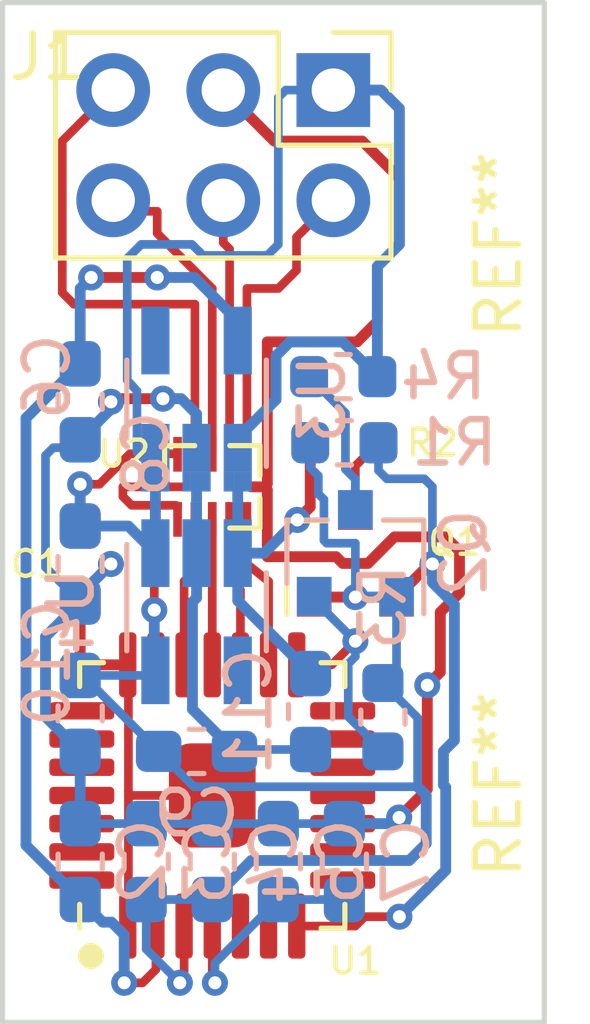
<source format=kicad_pcb>
(kicad_pcb (version 20171130) (host pcbnew "(5.1.0)-1")

  (general
    (thickness 1.6)
    (drawings 4)
    (tracks 268)
    (zones 0)
    (modules 24)
    (nets 37)
  )

  (page A4)
  (layers
    (0 F.Cu signal)
    (31 B.Cu signal)
    (32 B.Adhes user)
    (33 F.Adhes user)
    (34 B.Paste user)
    (35 F.Paste user)
    (36 B.SilkS user)
    (37 F.SilkS user)
    (38 B.Mask user)
    (39 F.Mask user)
    (40 Dwgs.User user)
    (41 Cmts.User user)
    (42 Eco1.User user)
    (43 Eco2.User user)
    (44 Edge.Cuts user)
    (45 Margin user)
    (46 B.CrtYd user)
    (47 F.CrtYd user)
    (48 B.Fab user)
    (49 F.Fab user hide)
  )

  (setup
    (last_trace_width 0.25)
    (trace_clearance 0.2)
    (zone_clearance 0.508)
    (zone_45_only no)
    (trace_min 0.2)
    (via_size 0.8)
    (via_drill 0.4)
    (via_min_size 0.4)
    (via_min_drill 0.3)
    (uvia_size 0.3)
    (uvia_drill 0.1)
    (uvias_allowed no)
    (uvia_min_size 0.2)
    (uvia_min_drill 0.1)
    (edge_width 0.05)
    (segment_width 0.2)
    (pcb_text_width 0.3)
    (pcb_text_size 1.5 1.5)
    (mod_edge_width 0.12)
    (mod_text_size 1 1)
    (mod_text_width 0.15)
    (pad_size 1.6 1.6)
    (pad_drill 1.6)
    (pad_to_mask_clearance 0.051)
    (solder_mask_min_width 0.25)
    (aux_axis_origin 0 0)
    (visible_elements 7FFFFFFF)
    (pcbplotparams
      (layerselection 0x010fc_ffffffff)
      (usegerberextensions true)
      (usegerberattributes false)
      (usegerberadvancedattributes false)
      (creategerberjobfile false)
      (excludeedgelayer true)
      (linewidth 0.100000)
      (plotframeref false)
      (viasonmask true)
      (mode 1)
      (useauxorigin false)
      (hpglpennumber 1)
      (hpglpenspeed 20)
      (hpglpendiameter 15.000000)
      (psnegative false)
      (psa4output false)
      (plotreference true)
      (plotvalue false)
      (plotinvisibletext false)
      (padsonsilk false)
      (subtractmaskfromsilk false)
      (outputformat 1)
      (mirror false)
      (drillshape 0)
      (scaleselection 1)
      (outputdirectory "PCB_optical_sensors_2_PMW_Gerbers/"))
  )

  (net 0 "")
  (net 1 "Net-(U1-Pad20)")
  (net 2 "Net-(U1-Pad6)")
  (net 3 "Net-(U1-Pad5)")
  (net 4 "Net-(U1-Pad13)")
  (net 5 "Net-(U1-Pad10)")
  (net 6 "Net-(U1-Pad8)")
  (net 7 "Net-(U1-Pad11)")
  (net 8 "Net-(U1-Pad9)")
  (net 9 "Net-(U1-Pad12)")
  (net 10 "Net-(U1-Pad14)")
  (net 11 "Net-(U1-Pad25)")
  (net 12 "Net-(U1-Pad26)")
  (net 13 "Net-(U1-Pad27)")
  (net 14 "Net-(U1-Pad28)")
  (net 15 "Net-(U1-Pad24)")
  (net 16 "Net-(U1-Pad23)")
  (net 17 "Net-(U1-Pad22)")
  (net 18 GND)
  (net 19 "Net-(U3-Pad4)")
  (net 20 "Net-(U4-Pad4)")
  (net 21 +2V8)
  (net 22 /SCLK_2V8)
  (net 23 /MOSI_2V8)
  (net 24 /MISO_2V8)
  (net 25 /CS_2V8)
  (net 26 "Net-(C5-Pad1)")
  (net 27 +1V8)
  (net 28 VCC)
  (net 29 CS)
  (net 30 MISO)
  (net 31 SCLK)
  (net 32 MOSI)
  (net 33 /RESET)
  (net 34 /RESET_2V8)
  (net 35 /MOTION_2V8)
  (net 36 /MOTION)

  (net_class Default "Ceci est la Netclass par défaut."
    (clearance 0.2)
    (trace_width 0.25)
    (via_dia 0.8)
    (via_drill 0.4)
    (uvia_dia 0.3)
    (uvia_drill 0.1)
    (add_net +1V8)
    (add_net +2V8)
    (add_net /CS_2V8)
    (add_net /MISO_2V8)
    (add_net /MOSI_2V8)
    (add_net /MOTION)
    (add_net /MOTION_2V8)
    (add_net /RESET)
    (add_net /RESET_2V8)
    (add_net /SCLK_2V8)
    (add_net CS)
    (add_net GND)
    (add_net MISO)
    (add_net MOSI)
    (add_net "Net-(C5-Pad1)")
    (add_net "Net-(U1-Pad10)")
    (add_net "Net-(U1-Pad11)")
    (add_net "Net-(U1-Pad12)")
    (add_net "Net-(U1-Pad13)")
    (add_net "Net-(U1-Pad14)")
    (add_net "Net-(U1-Pad20)")
    (add_net "Net-(U1-Pad22)")
    (add_net "Net-(U1-Pad23)")
    (add_net "Net-(U1-Pad24)")
    (add_net "Net-(U1-Pad25)")
    (add_net "Net-(U1-Pad26)")
    (add_net "Net-(U1-Pad27)")
    (add_net "Net-(U1-Pad28)")
    (add_net "Net-(U1-Pad5)")
    (add_net "Net-(U1-Pad6)")
    (add_net "Net-(U1-Pad8)")
    (add_net "Net-(U1-Pad9)")
    (add_net "Net-(U3-Pad4)")
    (add_net "Net-(U4-Pad4)")
    (add_net SCLK)
    (add_net VCC)
  )

  (module MountingHole:MountingHole_2.1mm locked (layer F.Cu) (tedit 5F9584CA) (tstamp 5F95D209)
    (at 170.5 84.5)
    (descr "Mounting Hole 2.1mm, no annular")
    (tags "mounting hole 2.1mm no annular")
    (attr virtual)
    (fp_text reference REF** (at 0.442 -3.982 90) (layer F.SilkS)
      (effects (font (size 1 1) (thickness 0.15)))
    )
    (fp_text value MountingHole_2.1mm (at 0 3.2) (layer F.Fab)
      (effects (font (size 1 1) (thickness 0.15)))
    )
    (fp_text user %R (at 0.3 0) (layer F.Fab)
      (effects (font (size 1 1) (thickness 0.15)))
    )
    (fp_circle (center 0 0) (end 1 0) (layer Cmts.User) (width 0.1))
    (fp_circle (center 0 0) (end 1.2 0) (layer F.CrtYd) (width 0.05))
    (pad "" np_thru_hole circle (at 0 0) (size 1.6 1.6) (drill 1.6) (layers *.Cu *.Mask))
  )

  (module MountingHole:MountingHole_2.1mm locked (layer F.Cu) (tedit 5F9584CA) (tstamp 5F95BC1B)
    (at 170.5 64)
    (descr "Mounting Hole 2.1mm, no annular")
    (tags "mounting hole 2.1mm no annular")
    (attr virtual)
    (fp_text reference REF** (at 0.442 4.072 90) (layer F.SilkS)
      (effects (font (size 1 1) (thickness 0.15)))
    )
    (fp_text value MountingHole_2.1mm (at 0 3.2) (layer F.Fab)
      (effects (font (size 1 1) (thickness 0.15)))
    )
    (fp_circle (center 0 0) (end 1.2 0) (layer F.CrtYd) (width 0.05))
    (fp_circle (center 0 0) (end 1 0) (layer Cmts.User) (width 0.1))
    (fp_text user %R (at 0.3 0) (layer F.Fab)
      (effects (font (size 1 1) (thickness 0.15)))
    )
    (pad "" np_thru_hole circle (at 0 0) (size 1.6 1.6) (drill 1.6) (layers *.Cu *.Mask))
  )

  (module Package_DFN_QFN:Texas_R_PUQFN-N12 (layer F.Cu) (tedit 5F9534F4) (tstamp 5F93136D)
    (at 164.338 73.66 90)
    (descr "Texas_R_PUQFN-N12 http://www.ti.com/lit/ds/symlink/txb0104.pdf")
    (tags Texas_R_PUQFN-N12)
    (path /5E8C8980)
    (attr smd)
    (fp_text reference U2 (at 0.762 -2.032 180) (layer F.SilkS)
      (effects (font (size 0.6 0.6) (thickness 0.1)))
    )
    (fp_text value TXB0104RUT (at 0.25 2 90) (layer F.Fab)
      (effects (font (size 1 1) (thickness 0.15)))
    )
    (fp_line (start -0.95 0.404) (end -0.95 1.1) (layer F.SilkS) (width 0.12))
    (fp_line (start -0.254 1.1) (end -0.95 1.1) (layer F.SilkS) (width 0.12))
    (fp_line (start 0.95 1.1) (end 0.95 0.404) (layer F.SilkS) (width 0.12))
    (fp_line (start 0.95 1.1) (end 0.254 1.1) (layer F.SilkS) (width 0.12))
    (fp_line (start 0.95 -0.404) (end 0.95 -1.1) (layer F.SilkS) (width 0.12))
    (fp_line (start -0.35 -0.5) (end 0.35 -0.5) (layer F.SilkS) (width 0.001))
    (fp_line (start -0.35 0.5) (end 0.35 0.5) (layer F.SilkS) (width 0.001))
    (fp_text user %R (at 0 0 90) (layer F.Fab)
      (effects (font (size 0.3 0.3) (thickness 0.03)))
    )
    (fp_line (start 0.95 -1.1) (end 0.254 -1.1) (layer F.SilkS) (width 0.12))
    (fp_line (start 1.1 1.2) (end -1.1 1.2) (layer F.CrtYd) (width 0.05))
    (fp_line (start -1.1 1.2) (end -1.1 -1.2) (layer F.CrtYd) (width 0.05))
    (fp_line (start -1.1 -1.2) (end 1.1 -1.2) (layer F.CrtYd) (width 0.05))
    (fp_line (start 1.1 -1.2) (end 1.1 1.2) (layer F.CrtYd) (width 0.05))
    (fp_line (start -0.5 -1) (end -0.85 -0.5) (layer F.Fab) (width 0.1))
    (fp_line (start 0.85 -1) (end 0.85 1) (layer F.Fab) (width 0.1))
    (fp_line (start 0.85 1) (end -0.85 1) (layer F.Fab) (width 0.1))
    (fp_line (start -0.85 1) (end -0.85 -0.5) (layer F.Fab) (width 0.1))
    (fp_line (start -0.5 -1) (end 0.85 -1) (layer F.Fab) (width 0.1))
    (fp_line (start 0.35 -1) (end 0.35 1) (layer F.SilkS) (width 0.001))
    (fp_line (start -0.35 -1) (end -0.35 1) (layer F.SilkS) (width 0.001))
    (pad 1 smd rect (at -0.75 -0.8) (size 0.2 0.8) (layers F.Cu F.Paste F.Mask)
      (net 21 +2V8))
    (pad 2 smd rect (at -0.75 -0.4) (size 0.2 0.8) (layers F.Cu F.Paste F.Mask)
      (net 25 /CS_2V8))
    (pad 3 smd rect (at -0.75 0) (size 0.2 0.8) (layers F.Cu F.Paste F.Mask)
      (net 24 /MISO_2V8))
    (pad 4 smd rect (at -0.75 0.4) (size 0.2 0.8) (layers F.Cu F.Paste F.Mask)
      (net 22 /SCLK_2V8))
    (pad 5 smd rect (at -0.75 0.8) (size 0.2 0.8) (layers F.Cu F.Paste F.Mask)
      (net 23 /MOSI_2V8))
    (pad 6 smd rect (at 0 0.9) (size 0.8 0.2) (layers F.Cu F.Paste F.Mask)
      (net 18 GND))
    (pad 7 smd rect (at 0.75 0.8) (size 0.2 0.8) (layers F.Cu F.Paste F.Mask)
      (net 32 MOSI))
    (pad 8 smd rect (at 0.75 0.4) (size 0.2 0.8) (layers F.Cu F.Paste F.Mask)
      (net 31 SCLK))
    (pad 9 smd rect (at 0.75 0) (size 0.2 0.8) (layers F.Cu F.Paste F.Mask)
      (net 30 MISO))
    (pad 10 smd rect (at 0.75 -0.4) (size 0.2 0.8) (layers F.Cu F.Paste F.Mask)
      (net 29 CS))
    (pad 11 smd rect (at 0.75 -0.8) (size 0.2 0.8) (layers F.Cu F.Paste F.Mask)
      (net 28 VCC))
    (pad 12 smd rect (at 0 -0.9) (size 0.8 0.2) (layers F.Cu F.Paste F.Mask)
      (net 21 +2V8))
    (pad 1 smd rect (at -0.425 -1 90) (size 0.15 0.6) (layers F.Cu F.Paste F.Mask)
      (net 21 +2V8))
    (model ${KISYS3DMOD}/Package_DFN_QFN.3dshapes/Texas_R_PUQFN-N12.wrl
      (at (xyz 0 0 0))
      (scale (xyz 1 1 1))
      (rotate (xyz 0 0 0))
    )
  )

  (module Capacitor_SMD:C_0603_1608Metric_Pad1.05x0.95mm_HandSolder (layer F.Cu) (tedit 5B301BBE) (tstamp 5F9311EF)
    (at 161.29 75.438 270)
    (descr "Capacitor SMD 0603 (1608 Metric), square (rectangular) end terminal, IPC_7351 nominal with elongated pad for handsoldering. (Body size source: http://www.tortai-tech.com/upload/download/2011102023233369053.pdf), generated with kicad-footprint-generator")
    (tags "capacitor handsolder")
    (path /5E90CB16)
    (attr smd)
    (fp_text reference C1 (at 0 1.016) (layer F.SilkS)
      (effects (font (size 0.6 0.6) (thickness 0.1)))
    )
    (fp_text value 1u (at 0 1.43 270) (layer F.Fab)
      (effects (font (size 1 1) (thickness 0.15)))
    )
    (fp_line (start -0.8 0.4) (end -0.8 -0.4) (layer F.Fab) (width 0.1))
    (fp_line (start -0.8 -0.4) (end 0.8 -0.4) (layer F.Fab) (width 0.1))
    (fp_line (start 0.8 -0.4) (end 0.8 0.4) (layer F.Fab) (width 0.1))
    (fp_line (start 0.8 0.4) (end -0.8 0.4) (layer F.Fab) (width 0.1))
    (fp_line (start -0.171267 -0.51) (end 0.171267 -0.51) (layer F.SilkS) (width 0.12))
    (fp_line (start -0.171267 0.51) (end 0.171267 0.51) (layer F.SilkS) (width 0.12))
    (fp_line (start -1.65 0.73) (end -1.65 -0.73) (layer F.CrtYd) (width 0.05))
    (fp_line (start -1.65 -0.73) (end 1.65 -0.73) (layer F.CrtYd) (width 0.05))
    (fp_line (start 1.65 -0.73) (end 1.65 0.73) (layer F.CrtYd) (width 0.05))
    (fp_line (start 1.65 0.73) (end -1.65 0.73) (layer F.CrtYd) (width 0.05))
    (fp_text user %R (at 0 0 270) (layer F.Fab)
      (effects (font (size 0.4 0.4) (thickness 0.06)))
    )
    (pad 1 smd roundrect (at -0.875 0 270) (size 1.05 0.95) (layers F.Cu F.Paste F.Mask) (roundrect_rratio 0.25)
      (net 28 VCC))
    (pad 2 smd roundrect (at 0.875 0 270) (size 1.05 0.95) (layers F.Cu F.Paste F.Mask) (roundrect_rratio 0.25)
      (net 18 GND))
    (model ${KISYS3DMOD}/Capacitor_SMD.3dshapes/C_0603_1608Metric.wrl
      (at (xyz 0 0 0))
      (scale (xyz 1 1 1))
      (rotate (xyz 0 0 0))
    )
  )

  (module Capacitor_SMD:C_0603_1608Metric_Pad1.05x0.95mm_HandSolder (layer B.Cu) (tedit 5B301BBE) (tstamp 5F931200)
    (at 161.29 82.296 90)
    (descr "Capacitor SMD 0603 (1608 Metric), square (rectangular) end terminal, IPC_7351 nominal with elongated pad for handsoldering. (Body size source: http://www.tortai-tech.com/upload/download/2011102023233369053.pdf), generated with kicad-footprint-generator")
    (tags "capacitor handsolder")
    (path /5E8D9867)
    (attr smd)
    (fp_text reference C2 (at 0 1.43 90) (layer B.SilkS)
      (effects (font (size 1 1) (thickness 0.15)) (justify mirror))
    )
    (fp_text value 100n (at 0 -0.254 90) (layer B.Fab)
      (effects (font (size 1 1) (thickness 0.15)) (justify mirror))
    )
    (fp_text user %R (at 0 0 90) (layer B.Fab)
      (effects (font (size 0.4 0.4) (thickness 0.06)) (justify mirror))
    )
    (fp_line (start 1.65 -0.73) (end -1.65 -0.73) (layer B.CrtYd) (width 0.05))
    (fp_line (start 1.65 0.73) (end 1.65 -0.73) (layer B.CrtYd) (width 0.05))
    (fp_line (start -1.65 0.73) (end 1.65 0.73) (layer B.CrtYd) (width 0.05))
    (fp_line (start -1.65 -0.73) (end -1.65 0.73) (layer B.CrtYd) (width 0.05))
    (fp_line (start -0.171267 -0.51) (end 0.171267 -0.51) (layer B.SilkS) (width 0.12))
    (fp_line (start -0.171267 0.51) (end 0.171267 0.51) (layer B.SilkS) (width 0.12))
    (fp_line (start 0.8 -0.4) (end -0.8 -0.4) (layer B.Fab) (width 0.1))
    (fp_line (start 0.8 0.4) (end 0.8 -0.4) (layer B.Fab) (width 0.1))
    (fp_line (start -0.8 0.4) (end 0.8 0.4) (layer B.Fab) (width 0.1))
    (fp_line (start -0.8 -0.4) (end -0.8 0.4) (layer B.Fab) (width 0.1))
    (pad 2 smd roundrect (at 0.875 0 90) (size 1.05 0.95) (layers B.Cu B.Paste B.Mask) (roundrect_rratio 0.25)
      (net 18 GND))
    (pad 1 smd roundrect (at -0.875 0 90) (size 1.05 0.95) (layers B.Cu B.Paste B.Mask) (roundrect_rratio 0.25)
      (net 27 +1V8))
    (model ${KISYS3DMOD}/Capacitor_SMD.3dshapes/C_0603_1608Metric.wrl
      (at (xyz 0 0 0))
      (scale (xyz 1 1 1))
      (rotate (xyz 0 0 0))
    )
  )

  (module Capacitor_SMD:C_0603_1608Metric_Pad1.05x0.95mm_HandSolder (layer B.Cu) (tedit 5B301BBE) (tstamp 5F931211)
    (at 162.814 82.296 90)
    (descr "Capacitor SMD 0603 (1608 Metric), square (rectangular) end terminal, IPC_7351 nominal with elongated pad for handsoldering. (Body size source: http://www.tortai-tech.com/upload/download/2011102023233369053.pdf), generated with kicad-footprint-generator")
    (tags "capacitor handsolder")
    (path /5E8DB777)
    (attr smd)
    (fp_text reference C3 (at 0 1.43 90) (layer B.SilkS)
      (effects (font (size 1 1) (thickness 0.15)) (justify mirror))
    )
    (fp_text value 10u (at 0 -1.43 90) (layer B.Fab)
      (effects (font (size 1 1) (thickness 0.15)) (justify mirror))
    )
    (fp_line (start -0.8 -0.4) (end -0.8 0.4) (layer B.Fab) (width 0.1))
    (fp_line (start -0.8 0.4) (end 0.8 0.4) (layer B.Fab) (width 0.1))
    (fp_line (start 0.8 0.4) (end 0.8 -0.4) (layer B.Fab) (width 0.1))
    (fp_line (start 0.8 -0.4) (end -0.8 -0.4) (layer B.Fab) (width 0.1))
    (fp_line (start -0.171267 0.51) (end 0.171267 0.51) (layer B.SilkS) (width 0.12))
    (fp_line (start -0.171267 -0.51) (end 0.171267 -0.51) (layer B.SilkS) (width 0.12))
    (fp_line (start -1.65 -0.73) (end -1.65 0.73) (layer B.CrtYd) (width 0.05))
    (fp_line (start -1.65 0.73) (end 1.65 0.73) (layer B.CrtYd) (width 0.05))
    (fp_line (start 1.65 0.73) (end 1.65 -0.73) (layer B.CrtYd) (width 0.05))
    (fp_line (start 1.65 -0.73) (end -1.65 -0.73) (layer B.CrtYd) (width 0.05))
    (fp_text user %R (at 0 0 90) (layer B.Fab)
      (effects (font (size 0.4 0.4) (thickness 0.06)) (justify mirror))
    )
    (pad 1 smd roundrect (at -0.875 0 90) (size 1.05 0.95) (layers B.Cu B.Paste B.Mask) (roundrect_rratio 0.25)
      (net 21 +2V8))
    (pad 2 smd roundrect (at 0.875 0 90) (size 1.05 0.95) (layers B.Cu B.Paste B.Mask) (roundrect_rratio 0.25)
      (net 18 GND))
    (model ${KISYS3DMOD}/Capacitor_SMD.3dshapes/C_0603_1608Metric.wrl
      (at (xyz 0 0 0))
      (scale (xyz 1 1 1))
      (rotate (xyz 0 0 0))
    )
  )

  (module Capacitor_SMD:C_0603_1608Metric_Pad1.05x0.95mm_HandSolder (layer B.Cu) (tedit 5B301BBE) (tstamp 5F931222)
    (at 164.338 82.296 90)
    (descr "Capacitor SMD 0603 (1608 Metric), square (rectangular) end terminal, IPC_7351 nominal with elongated pad for handsoldering. (Body size source: http://www.tortai-tech.com/upload/download/2011102023233369053.pdf), generated with kicad-footprint-generator")
    (tags "capacitor handsolder")
    (path /5E8DF526)
    (attr smd)
    (fp_text reference C4 (at 0 1.43 90) (layer B.SilkS)
      (effects (font (size 1 1) (thickness 0.15)) (justify mirror))
    )
    (fp_text value 100n (at 0 -1.43 90) (layer B.Fab)
      (effects (font (size 1 1) (thickness 0.15)) (justify mirror))
    )
    (fp_text user %R (at 0 0 90) (layer B.Fab)
      (effects (font (size 0.4 0.4) (thickness 0.06)) (justify mirror))
    )
    (fp_line (start 1.65 -0.73) (end -1.65 -0.73) (layer B.CrtYd) (width 0.05))
    (fp_line (start 1.65 0.73) (end 1.65 -0.73) (layer B.CrtYd) (width 0.05))
    (fp_line (start -1.65 0.73) (end 1.65 0.73) (layer B.CrtYd) (width 0.05))
    (fp_line (start -1.65 -0.73) (end -1.65 0.73) (layer B.CrtYd) (width 0.05))
    (fp_line (start -0.171267 -0.51) (end 0.171267 -0.51) (layer B.SilkS) (width 0.12))
    (fp_line (start -0.171267 0.51) (end 0.171267 0.51) (layer B.SilkS) (width 0.12))
    (fp_line (start 0.8 -0.4) (end -0.8 -0.4) (layer B.Fab) (width 0.1))
    (fp_line (start 0.8 0.4) (end 0.8 -0.4) (layer B.Fab) (width 0.1))
    (fp_line (start -0.8 0.4) (end 0.8 0.4) (layer B.Fab) (width 0.1))
    (fp_line (start -0.8 -0.4) (end -0.8 0.4) (layer B.Fab) (width 0.1))
    (pad 2 smd roundrect (at 0.875 0 90) (size 1.05 0.95) (layers B.Cu B.Paste B.Mask) (roundrect_rratio 0.25)
      (net 18 GND))
    (pad 1 smd roundrect (at -0.875 0 90) (size 1.05 0.95) (layers B.Cu B.Paste B.Mask) (roundrect_rratio 0.25)
      (net 21 +2V8))
    (model ${KISYS3DMOD}/Capacitor_SMD.3dshapes/C_0603_1608Metric.wrl
      (at (xyz 0 0 0))
      (scale (xyz 1 1 1))
      (rotate (xyz 0 0 0))
    )
  )

  (module Capacitor_SMD:C_0603_1608Metric_Pad1.05x0.95mm_HandSolder (layer B.Cu) (tedit 5B301BBE) (tstamp 5F931233)
    (at 165.862 82.296 90)
    (descr "Capacitor SMD 0603 (1608 Metric), square (rectangular) end terminal, IPC_7351 nominal with elongated pad for handsoldering. (Body size source: http://www.tortai-tech.com/upload/download/2011102023233369053.pdf), generated with kicad-footprint-generator")
    (tags "capacitor handsolder")
    (path /5E8E18D3)
    (attr smd)
    (fp_text reference C5 (at 0 1.43 90) (layer B.SilkS)
      (effects (font (size 1 1) (thickness 0.15)) (justify mirror))
    )
    (fp_text value 4.7u (at 0 -1.43 90) (layer B.Fab)
      (effects (font (size 1 1) (thickness 0.15)) (justify mirror))
    )
    (fp_line (start -0.8 -0.4) (end -0.8 0.4) (layer B.Fab) (width 0.1))
    (fp_line (start -0.8 0.4) (end 0.8 0.4) (layer B.Fab) (width 0.1))
    (fp_line (start 0.8 0.4) (end 0.8 -0.4) (layer B.Fab) (width 0.1))
    (fp_line (start 0.8 -0.4) (end -0.8 -0.4) (layer B.Fab) (width 0.1))
    (fp_line (start -0.171267 0.51) (end 0.171267 0.51) (layer B.SilkS) (width 0.12))
    (fp_line (start -0.171267 -0.51) (end 0.171267 -0.51) (layer B.SilkS) (width 0.12))
    (fp_line (start -1.65 -0.73) (end -1.65 0.73) (layer B.CrtYd) (width 0.05))
    (fp_line (start -1.65 0.73) (end 1.65 0.73) (layer B.CrtYd) (width 0.05))
    (fp_line (start 1.65 0.73) (end 1.65 -0.73) (layer B.CrtYd) (width 0.05))
    (fp_line (start 1.65 -0.73) (end -1.65 -0.73) (layer B.CrtYd) (width 0.05))
    (fp_text user %R (at 0 0 90) (layer B.Fab)
      (effects (font (size 0.4 0.4) (thickness 0.06)) (justify mirror))
    )
    (pad 1 smd roundrect (at -0.875 0 90) (size 1.05 0.95) (layers B.Cu B.Paste B.Mask) (roundrect_rratio 0.25)
      (net 26 "Net-(C5-Pad1)"))
    (pad 2 smd roundrect (at 0.875 0 90) (size 1.05 0.95) (layers B.Cu B.Paste B.Mask) (roundrect_rratio 0.25)
      (net 18 GND))
    (model ${KISYS3DMOD}/Capacitor_SMD.3dshapes/C_0603_1608Metric.wrl
      (at (xyz 0 0 0))
      (scale (xyz 1 1 1))
      (rotate (xyz 0 0 0))
    )
  )

  (module Capacitor_SMD:C_0603_1608Metric_Pad1.05x0.95mm_HandSolder (layer B.Cu) (tedit 5B301BBE) (tstamp 5F931244)
    (at 161.29 71.7 270)
    (descr "Capacitor SMD 0603 (1608 Metric), square (rectangular) end terminal, IPC_7351 nominal with elongated pad for handsoldering. (Body size source: http://www.tortai-tech.com/upload/download/2011102023233369053.pdf), generated with kicad-footprint-generator")
    (tags "capacitor handsolder")
    (path /5E91AF48)
    (attr smd)
    (fp_text reference C6 (at -0.58 0.762 270) (layer B.SilkS)
      (effects (font (size 1 1) (thickness 0.15)) (justify mirror))
    )
    (fp_text value 1u (at 0 -1.43 270) (layer B.Fab)
      (effects (font (size 1 1) (thickness 0.15)) (justify mirror))
    )
    (fp_text user %R (at 0 0 270) (layer B.Fab)
      (effects (font (size 0.4 0.4) (thickness 0.06)) (justify mirror))
    )
    (fp_line (start 1.65 -0.73) (end -1.65 -0.73) (layer B.CrtYd) (width 0.05))
    (fp_line (start 1.65 0.73) (end 1.65 -0.73) (layer B.CrtYd) (width 0.05))
    (fp_line (start -1.65 0.73) (end 1.65 0.73) (layer B.CrtYd) (width 0.05))
    (fp_line (start -1.65 -0.73) (end -1.65 0.73) (layer B.CrtYd) (width 0.05))
    (fp_line (start -0.171267 -0.51) (end 0.171267 -0.51) (layer B.SilkS) (width 0.12))
    (fp_line (start -0.171267 0.51) (end 0.171267 0.51) (layer B.SilkS) (width 0.12))
    (fp_line (start 0.8 -0.4) (end -0.8 -0.4) (layer B.Fab) (width 0.1))
    (fp_line (start 0.8 0.4) (end 0.8 -0.4) (layer B.Fab) (width 0.1))
    (fp_line (start -0.8 0.4) (end 0.8 0.4) (layer B.Fab) (width 0.1))
    (fp_line (start -0.8 -0.4) (end -0.8 0.4) (layer B.Fab) (width 0.1))
    (pad 2 smd roundrect (at 0.875 0 270) (size 1.05 0.95) (layers B.Cu B.Paste B.Mask) (roundrect_rratio 0.25)
      (net 18 GND))
    (pad 1 smd roundrect (at -0.875 0 270) (size 1.05 0.95) (layers B.Cu B.Paste B.Mask) (roundrect_rratio 0.25)
      (net 27 +1V8))
    (model ${KISYS3DMOD}/Capacitor_SMD.3dshapes/C_0603_1608Metric.wrl
      (at (xyz 0 0 0))
      (scale (xyz 1 1 1))
      (rotate (xyz 0 0 0))
    )
  )

  (module Capacitor_SMD:C_0603_1608Metric_Pad1.05x0.95mm_HandSolder (layer B.Cu) (tedit 5B301BBE) (tstamp 5F931255)
    (at 167.386 82.296 90)
    (descr "Capacitor SMD 0603 (1608 Metric), square (rectangular) end terminal, IPC_7351 nominal with elongated pad for handsoldering. (Body size source: http://www.tortai-tech.com/upload/download/2011102023233369053.pdf), generated with kicad-footprint-generator")
    (tags "capacitor handsolder")
    (path /5E8E3CE2)
    (attr smd)
    (fp_text reference C7 (at 0 1.43 90) (layer B.SilkS)
      (effects (font (size 1 1) (thickness 0.15)) (justify mirror))
    )
    (fp_text value 100n (at 0 -1.43 90) (layer B.Fab)
      (effects (font (size 1 1) (thickness 0.15)) (justify mirror))
    )
    (fp_text user %R (at 0 0 90) (layer B.Fab)
      (effects (font (size 0.4 0.4) (thickness 0.06)) (justify mirror))
    )
    (fp_line (start 1.65 -0.73) (end -1.65 -0.73) (layer B.CrtYd) (width 0.05))
    (fp_line (start 1.65 0.73) (end 1.65 -0.73) (layer B.CrtYd) (width 0.05))
    (fp_line (start -1.65 0.73) (end 1.65 0.73) (layer B.CrtYd) (width 0.05))
    (fp_line (start -1.65 -0.73) (end -1.65 0.73) (layer B.CrtYd) (width 0.05))
    (fp_line (start -0.171267 -0.51) (end 0.171267 -0.51) (layer B.SilkS) (width 0.12))
    (fp_line (start -0.171267 0.51) (end 0.171267 0.51) (layer B.SilkS) (width 0.12))
    (fp_line (start 0.8 -0.4) (end -0.8 -0.4) (layer B.Fab) (width 0.1))
    (fp_line (start 0.8 0.4) (end 0.8 -0.4) (layer B.Fab) (width 0.1))
    (fp_line (start -0.8 0.4) (end 0.8 0.4) (layer B.Fab) (width 0.1))
    (fp_line (start -0.8 -0.4) (end -0.8 0.4) (layer B.Fab) (width 0.1))
    (pad 2 smd roundrect (at 0.875 0 90) (size 1.05 0.95) (layers B.Cu B.Paste B.Mask) (roundrect_rratio 0.25)
      (net 18 GND))
    (pad 1 smd roundrect (at -0.875 0 90) (size 1.05 0.95) (layers B.Cu B.Paste B.Mask) (roundrect_rratio 0.25)
      (net 26 "Net-(C5-Pad1)"))
    (model ${KISYS3DMOD}/Capacitor_SMD.3dshapes/C_0603_1608Metric.wrl
      (at (xyz 0 0 0))
      (scale (xyz 1 1 1))
      (rotate (xyz 0 0 0))
    )
  )

  (module Capacitor_SMD:C_0603_1608Metric_Pad1.05x0.95mm_HandSolder (layer B.Cu) (tedit 5B301BBE) (tstamp 5F931266)
    (at 161.29 75.438 270)
    (descr "Capacitor SMD 0603 (1608 Metric), square (rectangular) end terminal, IPC_7351 nominal with elongated pad for handsoldering. (Body size source: http://www.tortai-tech.com/upload/download/2011102023233369053.pdf), generated with kicad-footprint-generator")
    (tags "capacitor handsolder")
    (path /5E920CB5)
    (attr smd)
    (fp_text reference C8 (at -2.54 -1.524 270) (layer B.SilkS)
      (effects (font (size 1 1) (thickness 0.15)) (justify mirror))
    )
    (fp_text value 1u (at 0 -1.43 270) (layer B.Fab)
      (effects (font (size 1 1) (thickness 0.15)) (justify mirror))
    )
    (fp_text user %R (at 0 0 270) (layer B.Fab)
      (effects (font (size 0.4 0.4) (thickness 0.06)) (justify mirror))
    )
    (fp_line (start 1.65 -0.73) (end -1.65 -0.73) (layer B.CrtYd) (width 0.05))
    (fp_line (start 1.65 0.73) (end 1.65 -0.73) (layer B.CrtYd) (width 0.05))
    (fp_line (start -1.65 0.73) (end 1.65 0.73) (layer B.CrtYd) (width 0.05))
    (fp_line (start -1.65 -0.73) (end -1.65 0.73) (layer B.CrtYd) (width 0.05))
    (fp_line (start -0.171267 -0.51) (end 0.171267 -0.51) (layer B.SilkS) (width 0.12))
    (fp_line (start -0.171267 0.51) (end 0.171267 0.51) (layer B.SilkS) (width 0.12))
    (fp_line (start 0.8 -0.4) (end -0.8 -0.4) (layer B.Fab) (width 0.1))
    (fp_line (start 0.8 0.4) (end 0.8 -0.4) (layer B.Fab) (width 0.1))
    (fp_line (start -0.8 0.4) (end 0.8 0.4) (layer B.Fab) (width 0.1))
    (fp_line (start -0.8 -0.4) (end -0.8 0.4) (layer B.Fab) (width 0.1))
    (pad 2 smd roundrect (at 0.875 0 270) (size 1.05 0.95) (layers B.Cu B.Paste B.Mask) (roundrect_rratio 0.25)
      (net 18 GND))
    (pad 1 smd roundrect (at -0.875 0 270) (size 1.05 0.95) (layers B.Cu B.Paste B.Mask) (roundrect_rratio 0.25)
      (net 28 VCC))
    (model ${KISYS3DMOD}/Capacitor_SMD.3dshapes/C_0603_1608Metric.wrl
      (at (xyz 0 0 0))
      (scale (xyz 1 1 1))
      (rotate (xyz 0 0 0))
    )
  )

  (module Capacitor_SMD:C_0603_1608Metric_Pad1.05x0.95mm_HandSolder (layer B.Cu) (tedit 5B301BBE) (tstamp 5F931277)
    (at 163.976 79.756)
    (descr "Capacitor SMD 0603 (1608 Metric), square (rectangular) end terminal, IPC_7351 nominal with elongated pad for handsoldering. (Body size source: http://www.tortai-tech.com/upload/download/2011102023233369053.pdf), generated with kicad-footprint-generator")
    (tags "capacitor handsolder")
    (path /5E92A2FD)
    (attr smd)
    (fp_text reference C9 (at 0 1.43) (layer B.SilkS)
      (effects (font (size 1 1) (thickness 0.15)) (justify mirror))
    )
    (fp_text value 1u (at 0 -1.43) (layer B.Fab)
      (effects (font (size 1 1) (thickness 0.15)) (justify mirror))
    )
    (fp_line (start -0.8 -0.4) (end -0.8 0.4) (layer B.Fab) (width 0.1))
    (fp_line (start -0.8 0.4) (end 0.8 0.4) (layer B.Fab) (width 0.1))
    (fp_line (start 0.8 0.4) (end 0.8 -0.4) (layer B.Fab) (width 0.1))
    (fp_line (start 0.8 -0.4) (end -0.8 -0.4) (layer B.Fab) (width 0.1))
    (fp_line (start -0.171267 0.51) (end 0.171267 0.51) (layer B.SilkS) (width 0.12))
    (fp_line (start -0.171267 -0.51) (end 0.171267 -0.51) (layer B.SilkS) (width 0.12))
    (fp_line (start -1.65 -0.73) (end -1.65 0.73) (layer B.CrtYd) (width 0.05))
    (fp_line (start -1.65 0.73) (end 1.65 0.73) (layer B.CrtYd) (width 0.05))
    (fp_line (start 1.65 0.73) (end 1.65 -0.73) (layer B.CrtYd) (width 0.05))
    (fp_line (start 1.65 -0.73) (end -1.65 -0.73) (layer B.CrtYd) (width 0.05))
    (fp_text user %R (at 0 0) (layer B.Fab)
      (effects (font (size 0.4 0.4) (thickness 0.06)) (justify mirror))
    )
    (pad 1 smd roundrect (at -0.875 0) (size 1.05 0.95) (layers B.Cu B.Paste B.Mask) (roundrect_rratio 0.25)
      (net 21 +2V8))
    (pad 2 smd roundrect (at 0.875 0) (size 1.05 0.95) (layers B.Cu B.Paste B.Mask) (roundrect_rratio 0.25)
      (net 18 GND))
    (model ${KISYS3DMOD}/Capacitor_SMD.3dshapes/C_0603_1608Metric.wrl
      (at (xyz 0 0 0))
      (scale (xyz 1 1 1))
      (rotate (xyz 0 0 0))
    )
  )

  (module Capacitor_SMD:C_0603_1608Metric_Pad1.05x0.95mm_HandSolder (layer B.Cu) (tedit 5B301BBE) (tstamp 5F931288)
    (at 161.29 78.881 270)
    (descr "Capacitor SMD 0603 (1608 Metric), square (rectangular) end terminal, IPC_7351 nominal with elongated pad for handsoldering. (Body size source: http://www.tortai-tech.com/upload/download/2011102023233369053.pdf), generated with kicad-footprint-generator")
    (tags "capacitor handsolder")
    (path /5E90173E)
    (attr smd)
    (fp_text reference C10 (at -1.157 0.762 270) (layer B.SilkS)
      (effects (font (size 1 1) (thickness 0.15)) (justify mirror))
    )
    (fp_text value 100n (at 0 -1.43 270) (layer B.Fab)
      (effects (font (size 1 1) (thickness 0.15)) (justify mirror))
    )
    (fp_text user %R (at 0 0 270) (layer B.Fab)
      (effects (font (size 0.4 0.4) (thickness 0.06)) (justify mirror))
    )
    (fp_line (start 1.65 -0.73) (end -1.65 -0.73) (layer B.CrtYd) (width 0.05))
    (fp_line (start 1.65 0.73) (end 1.65 -0.73) (layer B.CrtYd) (width 0.05))
    (fp_line (start -1.65 0.73) (end 1.65 0.73) (layer B.CrtYd) (width 0.05))
    (fp_line (start -1.65 -0.73) (end -1.65 0.73) (layer B.CrtYd) (width 0.05))
    (fp_line (start -0.171267 -0.51) (end 0.171267 -0.51) (layer B.SilkS) (width 0.12))
    (fp_line (start -0.171267 0.51) (end 0.171267 0.51) (layer B.SilkS) (width 0.12))
    (fp_line (start 0.8 -0.4) (end -0.8 -0.4) (layer B.Fab) (width 0.1))
    (fp_line (start 0.8 0.4) (end 0.8 -0.4) (layer B.Fab) (width 0.1))
    (fp_line (start -0.8 0.4) (end 0.8 0.4) (layer B.Fab) (width 0.1))
    (fp_line (start -0.8 -0.4) (end -0.8 0.4) (layer B.Fab) (width 0.1))
    (pad 2 smd roundrect (at 0.875 0 270) (size 1.05 0.95) (layers B.Cu B.Paste B.Mask) (roundrect_rratio 0.25)
      (net 18 GND))
    (pad 1 smd roundrect (at -0.875 0 270) (size 1.05 0.95) (layers B.Cu B.Paste B.Mask) (roundrect_rratio 0.25)
      (net 21 +2V8))
    (model ${KISYS3DMOD}/Capacitor_SMD.3dshapes/C_0603_1608Metric.wrl
      (at (xyz 0 0 0))
      (scale (xyz 1 1 1))
      (rotate (xyz 0 0 0))
    )
  )

  (module Capacitor_SMD:C_0603_1608Metric_Pad1.05x0.95mm_HandSolder (layer B.Cu) (tedit 5B301BBE) (tstamp 5F931299)
    (at 166.606 78.838 270)
    (descr "Capacitor SMD 0603 (1608 Metric), square (rectangular) end terminal, IPC_7351 nominal with elongated pad for handsoldering. (Body size source: http://www.tortai-tech.com/upload/download/2011102023233369053.pdf), generated with kicad-footprint-generator")
    (tags "capacitor handsolder")
    (path /5E90637D)
    (attr smd)
    (fp_text reference C11 (at 0 1.43 270) (layer B.SilkS)
      (effects (font (size 1 1) (thickness 0.15)) (justify mirror))
    )
    (fp_text value 100n (at 0 -1.43 270) (layer B.Fab)
      (effects (font (size 1 1) (thickness 0.15)) (justify mirror))
    )
    (fp_line (start -0.8 -0.4) (end -0.8 0.4) (layer B.Fab) (width 0.1))
    (fp_line (start -0.8 0.4) (end 0.8 0.4) (layer B.Fab) (width 0.1))
    (fp_line (start 0.8 0.4) (end 0.8 -0.4) (layer B.Fab) (width 0.1))
    (fp_line (start 0.8 -0.4) (end -0.8 -0.4) (layer B.Fab) (width 0.1))
    (fp_line (start -0.171267 0.51) (end 0.171267 0.51) (layer B.SilkS) (width 0.12))
    (fp_line (start -0.171267 -0.51) (end 0.171267 -0.51) (layer B.SilkS) (width 0.12))
    (fp_line (start -1.65 -0.73) (end -1.65 0.73) (layer B.CrtYd) (width 0.05))
    (fp_line (start -1.65 0.73) (end 1.65 0.73) (layer B.CrtYd) (width 0.05))
    (fp_line (start 1.65 0.73) (end 1.65 -0.73) (layer B.CrtYd) (width 0.05))
    (fp_line (start 1.65 -0.73) (end -1.65 -0.73) (layer B.CrtYd) (width 0.05))
    (fp_text user %R (at 0 0 270) (layer B.Fab)
      (effects (font (size 0.4 0.4) (thickness 0.06)) (justify mirror))
    )
    (pad 1 smd roundrect (at -0.875 0 270) (size 1.05 0.95) (layers B.Cu B.Paste B.Mask) (roundrect_rratio 0.25)
      (net 28 VCC))
    (pad 2 smd roundrect (at 0.875 0 270) (size 1.05 0.95) (layers B.Cu B.Paste B.Mask) (roundrect_rratio 0.25)
      (net 18 GND))
    (model ${KISYS3DMOD}/Capacitor_SMD.3dshapes/C_0603_1608Metric.wrl
      (at (xyz 0 0 0))
      (scale (xyz 1 1 1))
      (rotate (xyz 0 0 0))
    )
  )

  (module Connector_PinHeader_2.54mm:PinHeader_2x03_P2.54mm_Vertical (layer F.Cu) (tedit 59FED5CC) (tstamp 5F9312B5)
    (at 167.132 64.516 270)
    (descr "Through hole straight pin header, 2x03, 2.54mm pitch, double rows")
    (tags "Through hole pin header THT 2x03 2.54mm double row")
    (path /5EAAA685)
    (fp_text reference J1 (at -0.762 6.604) (layer F.SilkS)
      (effects (font (size 1 1) (thickness 0.15)))
    )
    (fp_text value Conn_02x03_Counter_Clockwise (at 1.27 7.41 270) (layer F.Fab)
      (effects (font (size 1 1) (thickness 0.15)))
    )
    (fp_line (start 0 -1.27) (end 3.81 -1.27) (layer F.Fab) (width 0.1))
    (fp_line (start 3.81 -1.27) (end 3.81 6.35) (layer F.Fab) (width 0.1))
    (fp_line (start 3.81 6.35) (end -1.27 6.35) (layer F.Fab) (width 0.1))
    (fp_line (start -1.27 6.35) (end -1.27 0) (layer F.Fab) (width 0.1))
    (fp_line (start -1.27 0) (end 0 -1.27) (layer F.Fab) (width 0.1))
    (fp_line (start -1.33 6.41) (end 3.87 6.41) (layer F.SilkS) (width 0.12))
    (fp_line (start -1.33 1.27) (end -1.33 6.41) (layer F.SilkS) (width 0.12))
    (fp_line (start 3.87 -1.33) (end 3.87 6.41) (layer F.SilkS) (width 0.12))
    (fp_line (start -1.33 1.27) (end 1.27 1.27) (layer F.SilkS) (width 0.12))
    (fp_line (start 1.27 1.27) (end 1.27 -1.33) (layer F.SilkS) (width 0.12))
    (fp_line (start 1.27 -1.33) (end 3.87 -1.33) (layer F.SilkS) (width 0.12))
    (fp_line (start -1.33 0) (end -1.33 -1.33) (layer F.SilkS) (width 0.12))
    (fp_line (start -1.33 -1.33) (end 0 -1.33) (layer F.SilkS) (width 0.12))
    (fp_line (start -1.8 -1.8) (end -1.8 6.85) (layer F.CrtYd) (width 0.05))
    (fp_line (start -1.8 6.85) (end 4.35 6.85) (layer F.CrtYd) (width 0.05))
    (fp_line (start 4.35 6.85) (end 4.35 -1.8) (layer F.CrtYd) (width 0.05))
    (fp_line (start 4.35 -1.8) (end -1.8 -1.8) (layer F.CrtYd) (width 0.05))
    (fp_text user %R (at 1.27 2.54) (layer F.Fab)
      (effects (font (size 1 1) (thickness 0.15)))
    )
    (pad 1 thru_hole rect (at 0 0 270) (size 1.7 1.7) (drill 1) (layers *.Cu *.Mask)
      (net 28 VCC))
    (pad 2 thru_hole oval (at 2.54 0 270) (size 1.7 1.7) (drill 1) (layers *.Cu *.Mask)
      (net 32 MOSI))
    (pad 3 thru_hole oval (at 0 2.54 270) (size 1.7 1.7) (drill 1) (layers *.Cu *.Mask)
      (net 18 GND))
    (pad 4 thru_hole oval (at 2.54 2.54 270) (size 1.7 1.7) (drill 1) (layers *.Cu *.Mask)
      (net 31 SCLK))
    (pad 5 thru_hole oval (at 0 5.08 270) (size 1.7 1.7) (drill 1) (layers *.Cu *.Mask)
      (net 29 CS))
    (pad 6 thru_hole oval (at 2.54 5.08 270) (size 1.7 1.7) (drill 1) (layers *.Cu *.Mask)
      (net 30 MISO))
    (model ${KISYS3DMOD}/Connector_PinHeader_2.54mm.3dshapes/PinHeader_2x03_P2.54mm_Vertical.wrl
      (at (xyz 0 0 0))
      (scale (xyz 1 1 1))
      (rotate (xyz 0 0 0))
    )
  )

  (module Package_TO_SOT_SMD:SOT-23 (layer F.Cu) (tedit 5A02FF57) (tstamp 5F9312CA)
    (at 167.64 75.2 90)
    (descr "SOT-23, Standard")
    (tags SOT-23)
    (path /5F933240)
    (attr smd)
    (fp_text reference Q1 (at 0.27 2.286 180) (layer F.SilkS)
      (effects (font (size 0.6 0.6) (thickness 0.1)))
    )
    (fp_text value BSS138 (at 0 2.5 90) (layer F.Fab)
      (effects (font (size 1 1) (thickness 0.15)))
    )
    (fp_line (start 0.76 1.58) (end -0.7 1.58) (layer F.SilkS) (width 0.12))
    (fp_line (start 0.76 -1.58) (end -1.4 -1.58) (layer F.SilkS) (width 0.12))
    (fp_line (start -1.7 1.75) (end -1.7 -1.75) (layer F.CrtYd) (width 0.05))
    (fp_line (start 1.7 1.75) (end -1.7 1.75) (layer F.CrtYd) (width 0.05))
    (fp_line (start 1.7 -1.75) (end 1.7 1.75) (layer F.CrtYd) (width 0.05))
    (fp_line (start -1.7 -1.75) (end 1.7 -1.75) (layer F.CrtYd) (width 0.05))
    (fp_line (start 0.76 -1.58) (end 0.76 -0.65) (layer F.SilkS) (width 0.12))
    (fp_line (start 0.76 1.58) (end 0.76 0.65) (layer F.SilkS) (width 0.12))
    (fp_line (start -0.7 1.52) (end 0.7 1.52) (layer F.Fab) (width 0.1))
    (fp_line (start 0.7 -1.52) (end 0.7 1.52) (layer F.Fab) (width 0.1))
    (fp_line (start -0.7 -0.95) (end -0.15 -1.52) (layer F.Fab) (width 0.1))
    (fp_line (start -0.15 -1.52) (end 0.7 -1.52) (layer F.Fab) (width 0.1))
    (fp_line (start -0.7 -0.95) (end -0.7 1.5) (layer F.Fab) (width 0.1))
    (fp_text user %R (at 0 0 180) (layer F.Fab)
      (effects (font (size 0.5 0.5) (thickness 0.075)))
    )
    (pad 3 smd rect (at 1 0 90) (size 0.9 0.8) (layers F.Cu F.Paste F.Mask)
      (net 33 /RESET))
    (pad 2 smd rect (at -1 0.95 90) (size 0.9 0.8) (layers F.Cu F.Paste F.Mask)
      (net 34 /RESET_2V8))
    (pad 1 smd rect (at -1 -0.95 90) (size 0.9 0.8) (layers F.Cu F.Paste F.Mask)
      (net 21 +2V8))
    (model ${KISYS3DMOD}/Package_TO_SOT_SMD.3dshapes/SOT-23.wrl
      (at (xyz 0 0 0))
      (scale (xyz 1 1 1))
      (rotate (xyz 0 0 0))
    )
  )

  (module Package_TO_SOT_SMD:SOT-23 (layer B.Cu) (tedit 5A02FF57) (tstamp 5F9312DF)
    (at 167.64 75.184 90)
    (descr "SOT-23, Standard")
    (tags SOT-23)
    (path /5F956FEE)
    (attr smd)
    (fp_text reference Q2 (at 0 2.5 90) (layer B.SilkS)
      (effects (font (size 1 1) (thickness 0.15)) (justify mirror))
    )
    (fp_text value BSS138 (at 0 -2.5 90) (layer B.Fab)
      (effects (font (size 1 1) (thickness 0.15)) (justify mirror))
    )
    (fp_text user %R (at 0 0) (layer B.Fab)
      (effects (font (size 0.5 0.5) (thickness 0.075)) (justify mirror))
    )
    (fp_line (start -0.7 0.95) (end -0.7 -1.5) (layer B.Fab) (width 0.1))
    (fp_line (start -0.15 1.52) (end 0.7 1.52) (layer B.Fab) (width 0.1))
    (fp_line (start -0.7 0.95) (end -0.15 1.52) (layer B.Fab) (width 0.1))
    (fp_line (start 0.7 1.52) (end 0.7 -1.52) (layer B.Fab) (width 0.1))
    (fp_line (start -0.7 -1.52) (end 0.7 -1.52) (layer B.Fab) (width 0.1))
    (fp_line (start 0.76 -1.58) (end 0.76 -0.65) (layer B.SilkS) (width 0.12))
    (fp_line (start 0.76 1.58) (end 0.76 0.65) (layer B.SilkS) (width 0.12))
    (fp_line (start -1.7 1.75) (end 1.7 1.75) (layer B.CrtYd) (width 0.05))
    (fp_line (start 1.7 1.75) (end 1.7 -1.75) (layer B.CrtYd) (width 0.05))
    (fp_line (start 1.7 -1.75) (end -1.7 -1.75) (layer B.CrtYd) (width 0.05))
    (fp_line (start -1.7 -1.75) (end -1.7 1.75) (layer B.CrtYd) (width 0.05))
    (fp_line (start 0.76 1.58) (end -1.4 1.58) (layer B.SilkS) (width 0.12))
    (fp_line (start 0.76 -1.58) (end -0.7 -1.58) (layer B.SilkS) (width 0.12))
    (pad 1 smd rect (at -1 0.95 90) (size 0.9 0.8) (layers B.Cu B.Paste B.Mask)
      (net 21 +2V8))
    (pad 2 smd rect (at -1 -0.95 90) (size 0.9 0.8) (layers B.Cu B.Paste B.Mask)
      (net 35 /MOTION_2V8))
    (pad 3 smd rect (at 1 0 90) (size 0.9 0.8) (layers B.Cu B.Paste B.Mask)
      (net 36 /MOTION))
    (model ${KISYS3DMOD}/Package_TO_SOT_SMD.3dshapes/SOT-23.wrl
      (at (xyz 0 0 0))
      (scale (xyz 1 1 1))
      (rotate (xyz 0 0 0))
    )
  )

  (module Resistor_SMD:R_0603_1608Metric (layer B.Cu) (tedit 5B301BBD) (tstamp 5F9312F0)
    (at 167.386 72.644)
    (descr "Resistor SMD 0603 (1608 Metric), square (rectangular) end terminal, IPC_7351 nominal, (Body size source: http://www.tortai-tech.com/upload/download/2011102023233369053.pdf), generated with kicad-footprint-generator")
    (tags resistor)
    (path /5F936689)
    (attr smd)
    (fp_text reference R1 (at 2.54 0) (layer B.SilkS)
      (effects (font (size 1 1) (thickness 0.15)) (justify mirror))
    )
    (fp_text value 4.7u (at 0 -1.43) (layer B.Fab)
      (effects (font (size 1 1) (thickness 0.15)) (justify mirror))
    )
    (fp_line (start -0.8 -0.4) (end -0.8 0.4) (layer B.Fab) (width 0.1))
    (fp_line (start -0.8 0.4) (end 0.8 0.4) (layer B.Fab) (width 0.1))
    (fp_line (start 0.8 0.4) (end 0.8 -0.4) (layer B.Fab) (width 0.1))
    (fp_line (start 0.8 -0.4) (end -0.8 -0.4) (layer B.Fab) (width 0.1))
    (fp_line (start -0.162779 0.51) (end 0.162779 0.51) (layer B.SilkS) (width 0.12))
    (fp_line (start -0.162779 -0.51) (end 0.162779 -0.51) (layer B.SilkS) (width 0.12))
    (fp_line (start -1.48 -0.73) (end -1.48 0.73) (layer B.CrtYd) (width 0.05))
    (fp_line (start -1.48 0.73) (end 1.48 0.73) (layer B.CrtYd) (width 0.05))
    (fp_line (start 1.48 0.73) (end 1.48 -0.73) (layer B.CrtYd) (width 0.05))
    (fp_line (start 1.48 -0.73) (end -1.48 -0.73) (layer B.CrtYd) (width 0.05))
    (fp_text user %R (at 0 0) (layer B.Fab)
      (effects (font (size 0.4 0.4) (thickness 0.06)) (justify mirror))
    )
    (pad 1 smd roundrect (at -0.7875 0) (size 0.875 0.95) (layers B.Cu B.Paste B.Mask) (roundrect_rratio 0.25)
      (net 21 +2V8))
    (pad 2 smd roundrect (at 0.7875 0) (size 0.875 0.95) (layers B.Cu B.Paste B.Mask) (roundrect_rratio 0.25)
      (net 34 /RESET_2V8))
    (model ${KISYS3DMOD}/Resistor_SMD.3dshapes/R_0603_1608Metric.wrl
      (at (xyz 0 0 0))
      (scale (xyz 1 1 1))
      (rotate (xyz 0 0 0))
    )
  )

  (module Resistor_SMD:R_0603_1608Metric (layer F.Cu) (tedit 5B301BBD) (tstamp 5F931301)
    (at 167.386 72.644)
    (descr "Resistor SMD 0603 (1608 Metric), square (rectangular) end terminal, IPC_7351 nominal, (Body size source: http://www.tortai-tech.com/upload/download/2011102023233369053.pdf), generated with kicad-footprint-generator")
    (tags resistor)
    (path /5F9360A7)
    (attr smd)
    (fp_text reference R2 (at 2.032 0) (layer F.SilkS)
      (effects (font (size 0.6 0.6) (thickness 0.1)))
    )
    (fp_text value 4.7u (at 0 1.43) (layer F.Fab)
      (effects (font (size 1 1) (thickness 0.15)))
    )
    (fp_text user %R (at 0 0) (layer F.Fab)
      (effects (font (size 0.4 0.4) (thickness 0.06)))
    )
    (fp_line (start 1.48 0.73) (end -1.48 0.73) (layer F.CrtYd) (width 0.05))
    (fp_line (start 1.48 -0.73) (end 1.48 0.73) (layer F.CrtYd) (width 0.05))
    (fp_line (start -1.48 -0.73) (end 1.48 -0.73) (layer F.CrtYd) (width 0.05))
    (fp_line (start -1.48 0.73) (end -1.48 -0.73) (layer F.CrtYd) (width 0.05))
    (fp_line (start -0.162779 0.51) (end 0.162779 0.51) (layer F.SilkS) (width 0.12))
    (fp_line (start -0.162779 -0.51) (end 0.162779 -0.51) (layer F.SilkS) (width 0.12))
    (fp_line (start 0.8 0.4) (end -0.8 0.4) (layer F.Fab) (width 0.1))
    (fp_line (start 0.8 -0.4) (end 0.8 0.4) (layer F.Fab) (width 0.1))
    (fp_line (start -0.8 -0.4) (end 0.8 -0.4) (layer F.Fab) (width 0.1))
    (fp_line (start -0.8 0.4) (end -0.8 -0.4) (layer F.Fab) (width 0.1))
    (pad 2 smd roundrect (at 0.7875 0) (size 0.875 0.95) (layers F.Cu F.Paste F.Mask) (roundrect_rratio 0.25)
      (net 33 /RESET))
    (pad 1 smd roundrect (at -0.7875 0) (size 0.875 0.95) (layers F.Cu F.Paste F.Mask) (roundrect_rratio 0.25)
      (net 28 VCC))
    (model ${KISYS3DMOD}/Resistor_SMD.3dshapes/R_0603_1608Metric.wrl
      (at (xyz 0 0 0))
      (scale (xyz 1 1 1))
      (rotate (xyz 0 0 0))
    )
  )

  (module Resistor_SMD:R_0603_1608Metric (layer B.Cu) (tedit 5B301BBD) (tstamp 5F931312)
    (at 168.276 78.9685 270)
    (descr "Resistor SMD 0603 (1608 Metric), square (rectangular) end terminal, IPC_7351 nominal, (Body size source: http://www.tortai-tech.com/upload/download/2011102023233369053.pdf), generated with kicad-footprint-generator")
    (tags resistor)
    (path /5F956FFA)
    (attr smd)
    (fp_text reference R3 (at -2.54 0 270) (layer B.SilkS)
      (effects (font (size 1 1) (thickness 0.15)) (justify mirror))
    )
    (fp_text value 4.7u (at 0 -1.43 270) (layer B.Fab)
      (effects (font (size 1 1) (thickness 0.15)) (justify mirror))
    )
    (fp_line (start -0.8 -0.4) (end -0.8 0.4) (layer B.Fab) (width 0.1))
    (fp_line (start -0.8 0.4) (end 0.8 0.4) (layer B.Fab) (width 0.1))
    (fp_line (start 0.8 0.4) (end 0.8 -0.4) (layer B.Fab) (width 0.1))
    (fp_line (start 0.8 -0.4) (end -0.8 -0.4) (layer B.Fab) (width 0.1))
    (fp_line (start -0.162779 0.51) (end 0.162779 0.51) (layer B.SilkS) (width 0.12))
    (fp_line (start -0.162779 -0.51) (end 0.162779 -0.51) (layer B.SilkS) (width 0.12))
    (fp_line (start -1.48 -0.73) (end -1.48 0.73) (layer B.CrtYd) (width 0.05))
    (fp_line (start -1.48 0.73) (end 1.48 0.73) (layer B.CrtYd) (width 0.05))
    (fp_line (start 1.48 0.73) (end 1.48 -0.73) (layer B.CrtYd) (width 0.05))
    (fp_line (start 1.48 -0.73) (end -1.48 -0.73) (layer B.CrtYd) (width 0.05))
    (fp_text user %R (at 0 0 270) (layer B.Fab)
      (effects (font (size 0.4 0.4) (thickness 0.06)) (justify mirror))
    )
    (pad 1 smd roundrect (at -0.7875 0 270) (size 0.875 0.95) (layers B.Cu B.Paste B.Mask) (roundrect_rratio 0.25)
      (net 21 +2V8))
    (pad 2 smd roundrect (at 0.7875 0 270) (size 0.875 0.95) (layers B.Cu B.Paste B.Mask) (roundrect_rratio 0.25)
      (net 35 /MOTION_2V8))
    (model ${KISYS3DMOD}/Resistor_SMD.3dshapes/R_0603_1608Metric.wrl
      (at (xyz 0 0 0))
      (scale (xyz 1 1 1))
      (rotate (xyz 0 0 0))
    )
  )

  (module Resistor_SMD:R_0603_1608Metric (layer B.Cu) (tedit 5B301BBD) (tstamp 5F931323)
    (at 167.3605 71.12 180)
    (descr "Resistor SMD 0603 (1608 Metric), square (rectangular) end terminal, IPC_7351 nominal, (Body size source: http://www.tortai-tech.com/upload/download/2011102023233369053.pdf), generated with kicad-footprint-generator")
    (tags resistor)
    (path /5F956FF4)
    (attr smd)
    (fp_text reference R4 (at -2.3115 0) (layer B.SilkS)
      (effects (font (size 1 1) (thickness 0.15)) (justify mirror))
    )
    (fp_text value 4.7u (at 0 -1.43 180) (layer B.Fab)
      (effects (font (size 1 1) (thickness 0.15)) (justify mirror))
    )
    (fp_text user %R (at 0 0 180) (layer B.Fab)
      (effects (font (size 0.4 0.4) (thickness 0.06)) (justify mirror))
    )
    (fp_line (start 1.48 -0.73) (end -1.48 -0.73) (layer B.CrtYd) (width 0.05))
    (fp_line (start 1.48 0.73) (end 1.48 -0.73) (layer B.CrtYd) (width 0.05))
    (fp_line (start -1.48 0.73) (end 1.48 0.73) (layer B.CrtYd) (width 0.05))
    (fp_line (start -1.48 -0.73) (end -1.48 0.73) (layer B.CrtYd) (width 0.05))
    (fp_line (start -0.162779 -0.51) (end 0.162779 -0.51) (layer B.SilkS) (width 0.12))
    (fp_line (start -0.162779 0.51) (end 0.162779 0.51) (layer B.SilkS) (width 0.12))
    (fp_line (start 0.8 -0.4) (end -0.8 -0.4) (layer B.Fab) (width 0.1))
    (fp_line (start 0.8 0.4) (end 0.8 -0.4) (layer B.Fab) (width 0.1))
    (fp_line (start -0.8 0.4) (end 0.8 0.4) (layer B.Fab) (width 0.1))
    (fp_line (start -0.8 -0.4) (end -0.8 0.4) (layer B.Fab) (width 0.1))
    (pad 2 smd roundrect (at 0.7875 0 180) (size 0.875 0.95) (layers B.Cu B.Paste B.Mask) (roundrect_rratio 0.25)
      (net 36 /MOTION))
    (pad 1 smd roundrect (at -0.7875 0 180) (size 0.875 0.95) (layers B.Cu B.Paste B.Mask) (roundrect_rratio 0.25)
      (net 28 VCC))
    (model ${KISYS3DMOD}/Resistor_SMD.3dshapes/R_0603_1608Metric.wrl
      (at (xyz 0 0 0))
      (scale (xyz 1 1 1))
      (rotate (xyz 0 0 0))
    )
  )

  (module AJ_Libraries:PMW3901MB (layer F.Cu) (tedit 5F93147B) (tstamp 5F931350)
    (at 164.338 80.772 90)
    (path /5E8C707C)
    (attr smd)
    (fp_text reference U1 (at -3.81 3.302 180) (layer F.SilkS)
      (effects (font (size 0.6 0.6) (thickness 0.1)))
    )
    (fp_text value PMW3901 (at 0.56 4.81 90) (layer F.Fab)
      (effects (font (size 1 1) (thickness 0.15)))
    )
    (fp_line (start -3 -3) (end 3 -3) (layer F.CrtYd) (width 0.01))
    (fp_line (start -3 -3) (end -3 3) (layer F.CrtYd) (width 0.01))
    (fp_line (start 3 -3) (end 3 3) (layer F.CrtYd) (width 0.01))
    (fp_line (start 3 3) (end -3 3) (layer F.CrtYd) (width 0.01))
    (fp_circle (center -3.7 -2.8) (end -3.55 -2.8) (layer F.SilkS) (width 0.3))
    (fp_line (start -3.06 -3.06) (end -2.51 -3.06) (layer F.SilkS) (width 0.12))
    (fp_line (start -2.51 3.06) (end -3.06 3.06) (layer F.SilkS) (width 0.12))
    (fp_line (start -3.06 3.06) (end -3.06 2.51) (layer F.SilkS) (width 0.12))
    (fp_line (start 2.51 -3.06) (end 3.06 -3.06) (layer F.SilkS) (width 0.12))
    (fp_line (start 3.06 -3.06) (end 3.06 -2.51) (layer F.SilkS) (width 0.12))
    (fp_line (start 3.06 2.51) (end 3.06 3.06) (layer F.SilkS) (width 0.12))
    (fp_line (start 3.06 3.06) (end 2.51 3.06) (layer F.SilkS) (width 0.12))
    (pad 29 smd roundrect (at 0 0 90) (size 2.4 2) (layers F.Cu F.Paste F.Mask) (roundrect_rratio 0.25)
      (net 18 GND))
    (pad 15 smd roundrect (at 3.01 1.95) (size 0.4 1.5) (layers F.Cu F.Paste F.Mask) (roundrect_rratio 0.25)
      (net 35 /MOTION_2V8))
    (pad 17 smd roundrect (at 3.01 0.65) (size 0.4 1.5) (layers F.Cu F.Paste F.Mask) (roundrect_rratio 0.25)
      (net 22 /SCLK_2V8))
    (pad 16 smd roundrect (at 3.01 1.3) (size 0.4 1.5) (layers F.Cu F.Paste F.Mask) (roundrect_rratio 0.25)
      (net 23 /MOSI_2V8))
    (pad 21 smd roundrect (at 3.01 -1.95) (size 0.4 1.5) (layers F.Cu F.Paste F.Mask) (roundrect_rratio 0.25)
      (net 18 GND))
    (pad 18 smd roundrect (at 3.01 0) (size 0.4 1.5) (layers F.Cu F.Paste F.Mask) (roundrect_rratio 0.25)
      (net 24 /MISO_2V8))
    (pad 19 smd roundrect (at 3.01 -0.65) (size 0.4 1.5) (layers F.Cu F.Paste F.Mask) (roundrect_rratio 0.25)
      (net 25 /CS_2V8))
    (pad 20 smd roundrect (at 3.01 -1.3) (size 0.4 1.5) (layers F.Cu F.Paste F.Mask) (roundrect_rratio 0.25)
      (net 1 "Net-(U1-Pad20)"))
    (pad 7 smd roundrect (at -3.01 1.95) (size 0.4 1.5) (layers F.Cu F.Paste F.Mask) (roundrect_rratio 0.25)
      (net 34 /RESET_2V8))
    (pad 6 smd roundrect (at -3.01 1.3) (size 0.4 1.5) (layers F.Cu F.Paste F.Mask) (roundrect_rratio 0.25)
      (net 2 "Net-(U1-Pad6)"))
    (pad 5 smd roundrect (at -3.01 0.65) (size 0.4 1.5) (layers F.Cu F.Paste F.Mask) (roundrect_rratio 0.25)
      (net 3 "Net-(U1-Pad5)"))
    (pad 1 smd roundrect (at -3.01 -1.95) (size 0.4 1.5) (layers F.Cu F.Paste F.Mask) (roundrect_rratio 0.25)
      (net 18 GND))
    (pad 4 smd roundrect (at -3.01 0) (size 0.4 1.5) (layers F.Cu F.Paste F.Mask) (roundrect_rratio 0.25)
      (net 26 "Net-(C5-Pad1)"))
    (pad 3 smd roundrect (at -3.01 -0.65) (size 0.4 1.5) (layers F.Cu F.Paste F.Mask) (roundrect_rratio 0.25)
      (net 21 +2V8))
    (pad 2 smd roundrect (at -3.01 -1.3) (size 0.4 1.5) (layers F.Cu F.Paste F.Mask) (roundrect_rratio 0.25)
      (net 27 +1V8))
    (pad 13 smd roundrect (at 1.3 3.01 90) (size 0.4 1.5) (layers F.Cu F.Paste F.Mask) (roundrect_rratio 0.25)
      (net 4 "Net-(U1-Pad13)"))
    (pad 10 smd roundrect (at -0.65 3.01 90) (size 0.4 1.5) (layers F.Cu F.Paste F.Mask) (roundrect_rratio 0.25)
      (net 5 "Net-(U1-Pad10)"))
    (pad 8 smd roundrect (at -1.95 3.01 90) (size 0.4 1.5) (layers F.Cu F.Paste F.Mask) (roundrect_rratio 0.25)
      (net 6 "Net-(U1-Pad8)"))
    (pad 11 smd roundrect (at 0 3.01 90) (size 0.4 1.5) (layers F.Cu F.Paste F.Mask) (roundrect_rratio 0.25)
      (net 7 "Net-(U1-Pad11)"))
    (pad 9 smd roundrect (at -1.3 3.01 90) (size 0.4 1.5) (layers F.Cu F.Paste F.Mask) (roundrect_rratio 0.25)
      (net 8 "Net-(U1-Pad9)"))
    (pad 12 smd roundrect (at 0.65 3.01 90) (size 0.4 1.5) (layers F.Cu F.Paste F.Mask) (roundrect_rratio 0.25)
      (net 9 "Net-(U1-Pad12)"))
    (pad 14 smd roundrect (at 1.95 3.01 90) (size 0.4 1.5) (layers F.Cu F.Paste F.Mask) (roundrect_rratio 0.25)
      (net 10 "Net-(U1-Pad14)"))
    (pad 25 smd roundrect (at 0 -3.01 90) (size 0.4 1.5) (layers F.Cu F.Paste F.Mask) (roundrect_rratio 0.25)
      (net 11 "Net-(U1-Pad25)"))
    (pad 26 smd roundrect (at -0.65 -3.01 90) (size 0.4 1.5) (layers F.Cu F.Paste F.Mask) (roundrect_rratio 0.25)
      (net 12 "Net-(U1-Pad26)"))
    (pad 27 smd roundrect (at -1.3 -3.01 90) (size 0.4 1.5) (layers F.Cu F.Paste F.Mask) (roundrect_rratio 0.25)
      (net 13 "Net-(U1-Pad27)"))
    (pad 28 smd roundrect (at -1.95 -3.01 90) (size 0.4 1.5) (layers F.Cu F.Paste F.Mask) (roundrect_rratio 0.25)
      (net 14 "Net-(U1-Pad28)"))
    (pad 24 smd roundrect (at 0.65 -3.01 90) (size 0.4 1.5) (layers F.Cu F.Paste F.Mask) (roundrect_rratio 0.25)
      (net 15 "Net-(U1-Pad24)"))
    (pad 23 smd roundrect (at 1.3 -3.01 90) (size 0.4 1.5) (layers F.Cu F.Paste F.Mask) (roundrect_rratio 0.25)
      (net 16 "Net-(U1-Pad23)"))
    (pad 22 smd roundrect (at 1.95 -3.01 90) (size 0.4 1.5) (layers F.Cu F.Paste F.Mask) (roundrect_rratio 0.25)
      (net 17 "Net-(U1-Pad22)"))
  )

  (module Package_TO_SOT_SMD:SOT-23-5_HandSoldering (layer B.Cu) (tedit 5A0AB76C) (tstamp 5F931382)
    (at 163.976 71.638 90)
    (descr "5-pin SOT23 package")
    (tags "SOT-23-5 hand-soldering")
    (path /5E8CE4C6)
    (attr smd)
    (fp_text reference U3 (at 0 2.9 90) (layer B.SilkS)
      (effects (font (size 1 1) (thickness 0.15)) (justify mirror))
    )
    (fp_text value TLV70218DBVR (at 0 -2.9 90) (layer B.Fab)
      (effects (font (size 1 1) (thickness 0.15)) (justify mirror))
    )
    (fp_text user %R (at 0 0) (layer B.Fab)
      (effects (font (size 0.5 0.5) (thickness 0.075)) (justify mirror))
    )
    (fp_line (start -0.9 -1.61) (end 0.9 -1.61) (layer B.SilkS) (width 0.12))
    (fp_line (start 0.9 1.61) (end -1.55 1.61) (layer B.SilkS) (width 0.12))
    (fp_line (start -0.9 0.9) (end -0.25 1.55) (layer B.Fab) (width 0.1))
    (fp_line (start 0.9 1.55) (end -0.25 1.55) (layer B.Fab) (width 0.1))
    (fp_line (start -0.9 0.9) (end -0.9 -1.55) (layer B.Fab) (width 0.1))
    (fp_line (start 0.9 -1.55) (end -0.9 -1.55) (layer B.Fab) (width 0.1))
    (fp_line (start 0.9 1.55) (end 0.9 -1.55) (layer B.Fab) (width 0.1))
    (fp_line (start -2.38 1.8) (end 2.38 1.8) (layer B.CrtYd) (width 0.05))
    (fp_line (start -2.38 1.8) (end -2.38 -1.8) (layer B.CrtYd) (width 0.05))
    (fp_line (start 2.38 -1.8) (end 2.38 1.8) (layer B.CrtYd) (width 0.05))
    (fp_line (start 2.38 -1.8) (end -2.38 -1.8) (layer B.CrtYd) (width 0.05))
    (pad 1 smd rect (at -1.35 0.95 90) (size 1.56 0.65) (layers B.Cu B.Paste B.Mask)
      (net 28 VCC))
    (pad 2 smd rect (at -1.35 0 90) (size 1.56 0.65) (layers B.Cu B.Paste B.Mask)
      (net 18 GND))
    (pad 3 smd rect (at -1.35 -0.95 90) (size 1.56 0.65) (layers B.Cu B.Paste B.Mask)
      (net 28 VCC))
    (pad 4 smd rect (at 1.35 -0.95 90) (size 1.56 0.65) (layers B.Cu B.Paste B.Mask)
      (net 19 "Net-(U3-Pad4)"))
    (pad 5 smd rect (at 1.35 0.95 90) (size 1.56 0.65) (layers B.Cu B.Paste B.Mask)
      (net 27 +1V8))
    (model ${KISYS3DMOD}/Package_TO_SOT_SMD.3dshapes/SOT-23-5.wrl
      (at (xyz 0 0 0))
      (scale (xyz 1 1 1))
      (rotate (xyz 0 0 0))
    )
  )

  (module Package_TO_SOT_SMD:SOT-23-5_HandSoldering (layer B.Cu) (tedit 5A0AB76C) (tstamp 5F931397)
    (at 163.976 76.538 270)
    (descr "5-pin SOT23 package")
    (tags "SOT-23-5 hand-soldering")
    (path /5E8D0D54)
    (attr smd)
    (fp_text reference U4 (at 0 2.9 270) (layer B.SilkS)
      (effects (font (size 1 1) (thickness 0.15)) (justify mirror))
    )
    (fp_text value TLV70228DBVR (at 0 -2.9 270) (layer B.Fab)
      (effects (font (size 1 1) (thickness 0.15)) (justify mirror))
    )
    (fp_line (start 2.38 -1.8) (end -2.38 -1.8) (layer B.CrtYd) (width 0.05))
    (fp_line (start 2.38 -1.8) (end 2.38 1.8) (layer B.CrtYd) (width 0.05))
    (fp_line (start -2.38 1.8) (end -2.38 -1.8) (layer B.CrtYd) (width 0.05))
    (fp_line (start -2.38 1.8) (end 2.38 1.8) (layer B.CrtYd) (width 0.05))
    (fp_line (start 0.9 1.55) (end 0.9 -1.55) (layer B.Fab) (width 0.1))
    (fp_line (start 0.9 -1.55) (end -0.9 -1.55) (layer B.Fab) (width 0.1))
    (fp_line (start -0.9 0.9) (end -0.9 -1.55) (layer B.Fab) (width 0.1))
    (fp_line (start 0.9 1.55) (end -0.25 1.55) (layer B.Fab) (width 0.1))
    (fp_line (start -0.9 0.9) (end -0.25 1.55) (layer B.Fab) (width 0.1))
    (fp_line (start 0.9 1.61) (end -1.55 1.61) (layer B.SilkS) (width 0.12))
    (fp_line (start -0.9 -1.61) (end 0.9 -1.61) (layer B.SilkS) (width 0.12))
    (fp_text user %R (at 0 0 180) (layer B.Fab)
      (effects (font (size 0.5 0.5) (thickness 0.075)) (justify mirror))
    )
    (pad 5 smd rect (at 1.35 0.95 270) (size 1.56 0.65) (layers B.Cu B.Paste B.Mask)
      (net 21 +2V8))
    (pad 4 smd rect (at 1.35 -0.95 270) (size 1.56 0.65) (layers B.Cu B.Paste B.Mask)
      (net 20 "Net-(U4-Pad4)"))
    (pad 3 smd rect (at -1.35 -0.95 270) (size 1.56 0.65) (layers B.Cu B.Paste B.Mask)
      (net 28 VCC))
    (pad 2 smd rect (at -1.35 0 270) (size 1.56 0.65) (layers B.Cu B.Paste B.Mask)
      (net 18 GND))
    (pad 1 smd rect (at -1.35 0.95 270) (size 1.56 0.65) (layers B.Cu B.Paste B.Mask)
      (net 28 VCC))
    (model ${KISYS3DMOD}/Package_TO_SOT_SMD.3dshapes/SOT-23-5.wrl
      (at (xyz 0 0 0))
      (scale (xyz 1 1 1))
      (rotate (xyz 0 0 0))
    )
  )

  (gr_line (start 172 86) (end 172 62.5) (layer Edge.Cuts) (width 0.12) (tstamp 5F95B6E7))
  (gr_line (start 172 86) (end 159.5 86) (layer Edge.Cuts) (width 0.12) (tstamp 5F95B6DD))
  (gr_line (start 159.5 86) (end 159.5 62.5) (layer Edge.Cuts) (width 0.12) (tstamp 5F95B60F))
  (gr_line (start 159.5 62.5) (end 172 62.5) (layer Edge.Cuts) (width 0.12) (tstamp 5F930CF3))

  (segment (start 162.40301 77.77701) (end 162.388 77.762) (width 0.25) (layer F.Cu) (net 18))
  (segment (start 162.388 83.782) (end 162.40301 83.76699) (width 0.25) (layer F.Cu) (net 18))
  (segment (start 164.338 80.772) (end 162.40301 80.772) (width 0.2) (layer F.Cu) (net 18))
  (segment (start 162.40301 80.67499) (end 162.40301 77.77701) (width 0.2) (layer F.Cu) (net 18))
  (segment (start 162.40301 83.76699) (end 162.40301 80.67499) (width 0.2) (layer F.Cu) (net 18))
  (segment (start 161.29 81.421) (end 162.814 81.421) (width 0.2) (layer B.Cu) (net 18))
  (segment (start 164.338 81.421) (end 165.862 81.421) (width 0.2) (layer B.Cu) (net 18))
  (segment (start 161.29 79.756) (end 161.29 81.421) (width 0.25) (layer B.Cu) (net 18))
  (segment (start 164.894 79.713) (end 164.851 79.756) (width 0.25) (layer B.Cu) (net 18))
  (segment (start 166.606 79.713) (end 164.894 79.713) (width 0.2) (layer B.Cu) (net 18))
  (segment (start 163.976 76.218) (end 163.881 76.313) (width 0.25) (layer B.Cu) (net 18))
  (segment (start 163.976 75.188) (end 163.976 76.218) (width 0.25) (layer B.Cu) (net 18))
  (segment (start 163.976 72.988) (end 163.976 75.188) (width 0.25) (layer B.Cu) (net 18))
  (segment (start 165.862 81.421) (end 167.386 81.421) (width 0.2) (layer B.Cu) (net 18))
  (segment (start 162.814 81.421) (end 164.338 81.421) (width 0.2) (layer B.Cu) (net 18))
  (segment (start 163.881 78.786) (end 164.851 79.756) (width 0.25) (layer B.Cu) (net 18))
  (segment (start 163.881 76.313) (end 163.881 78.786) (width 0.25) (layer B.Cu) (net 18))
  (segment (start 160.790928 79.256928) (end 161.29 79.756) (width 0.25) (layer B.Cu) (net 18))
  (segment (start 160.48999 78.95599) (end 160.790928 79.256928) (width 0.25) (layer B.Cu) (net 18))
  (segment (start 160.48999 77.11301) (end 160.48999 78.95599) (width 0.25) (layer B.Cu) (net 18))
  (segment (start 161.29 76.313) (end 160.48999 77.11301) (width 0.25) (layer B.Cu) (net 18))
  (segment (start 161.836 77.762) (end 162.388 77.762) (width 0.25) (layer F.Cu) (net 18))
  (segment (start 161.328 77.762) (end 161.836 77.762) (width 0.25) (layer F.Cu) (net 18))
  (segment (start 161.29 76.313) (end 161.29 77.724) (width 0.25) (layer F.Cu) (net 18))
  (segment (start 161.29 77.724) (end 161.328 77.762) (width 0.25) (layer F.Cu) (net 18))
  (segment (start 160.790928 75.813928) (end 161.29 76.313) (width 0.2) (layer B.Cu) (net 18))
  (segment (start 160.48999 75.51299) (end 160.790928 75.813928) (width 0.2) (layer B.Cu) (net 18))
  (segment (start 160.48999 73.55701) (end 160.48999 75.51299) (width 0.2) (layer B.Cu) (net 18))
  (via (at 162 75.438) (size 0.6) (drill 0.3) (layers F.Cu B.Cu) (net 18) (tstamp 5F957207))
  (segment (start 161.29 76.148) (end 162 75.438) (width 0.25) (layer B.Cu) (net 18))
  (segment (start 161.29 76.313) (end 161.29 76.148) (width 0.25) (layer B.Cu) (net 18))
  (segment (start 161.29 76.148) (end 162 75.438) (width 0.25) (layer F.Cu) (net 18))
  (segment (start 161.29 76.313) (end 161.29 76.148) (width 0.25) (layer F.Cu) (net 18))
  (via (at 163.2 71.628) (size 0.6) (drill 0.3) (layers F.Cu B.Cu) (net 18) (tstamp 5F957DD9))
  (segment (start 163.624264 71.628) (end 163.2 71.628) (width 0.25) (layer B.Cu) (net 18))
  (segment (start 163.976 71.979736) (end 163.624264 71.628) (width 0.25) (layer B.Cu) (net 18))
  (segment (start 163.976 72.988) (end 163.976 71.979736) (width 0.25) (layer B.Cu) (net 18))
  (segment (start 163.2 71.628) (end 162.254 71.628) (width 0.25) (layer F.Cu) (net 18))
  (segment (start 161.29 72.757) (end 160.669 72.757) (width 0.2) (layer B.Cu) (net 18))
  (segment (start 160.48999 72.93601) (end 160.48999 73.55701) (width 0.2) (layer B.Cu) (net 18))
  (segment (start 160.669 72.757) (end 160.48999 72.93601) (width 0.2) (layer B.Cu) (net 18))
  (via (at 162 71.7) (size 0.6) (drill 0.3) (layers F.Cu B.Cu) (net 18) (tstamp 5F958F27))
  (segment (start 162 71.865) (end 161.29 72.575) (width 0.25) (layer B.Cu) (net 18))
  (segment (start 162 71.7) (end 162 71.865) (width 0.25) (layer B.Cu) (net 18))
  (segment (start 167.799001 65.691001) (end 165.767001 65.691001) (width 0.25) (layer F.Cu) (net 18))
  (segment (start 168.656 68.072) (end 168.656 66.548) (width 0.25) (layer F.Cu) (net 18))
  (segment (start 168.148 68.58) (end 168.656 68.072) (width 0.25) (layer F.Cu) (net 18))
  (segment (start 168.656 66.548) (end 167.799001 65.691001) (width 0.25) (layer F.Cu) (net 18))
  (segment (start 165.538 73.66) (end 165.608 73.59) (width 0.25) (layer F.Cu) (net 18))
  (segment (start 165.238 73.66) (end 165.538 73.66) (width 0.25) (layer F.Cu) (net 18))
  (segment (start 165.608 73.59) (end 165.608 70.319002) (width 0.25) (layer F.Cu) (net 18))
  (segment (start 165.767001 65.691001) (end 164.592 64.516) (width 0.25) (layer F.Cu) (net 18))
  (segment (start 165.608 70.319002) (end 167.678998 70.319002) (width 0.25) (layer F.Cu) (net 18))
  (segment (start 167.678998 70.319002) (end 168.148 69.85) (width 0.25) (layer F.Cu) (net 18))
  (segment (start 168.148 69.85) (end 168.148 68.58) (width 0.25) (layer F.Cu) (net 18))
  (via (at 168.65 81.28) (size 0.6) (drill 0.3) (layers F.Cu B.Cu) (net 18) (tstamp 5F95AAF8))
  (segment (start 168.509 81.421) (end 168.65 81.28) (width 0.25) (layer B.Cu) (net 18))
  (segment (start 167.386 81.421) (end 168.509 81.421) (width 0.25) (layer B.Cu) (net 18))
  (via (at 169.3 78.232) (size 0.6) (drill 0.3) (layers F.Cu B.Cu) (net 18) (tstamp 5F95AD1A))
  (segment (start 169.3 80.63) (end 168.65 81.28) (width 0.25) (layer F.Cu) (net 18))
  (segment (start 169.3 78.232) (end 169.3 80.63) (width 0.25) (layer F.Cu) (net 18))
  (segment (start 169.599999 77.932001) (end 169.3 78.232) (width 0.25) (layer F.Cu) (net 18))
  (segment (start 169.599999 76.547979) (end 169.599999 77.932001) (width 0.25) (layer F.Cu) (net 18))
  (segment (start 170.043001 75.137999) (end 170.043001 76.104977) (width 0.25) (layer F.Cu) (net 18))
  (segment (start 169.718001 74.812999) (end 170.043001 75.137999) (width 0.25) (layer F.Cu) (net 18))
  (segment (start 170.043001 76.104977) (end 169.599999 76.547979) (width 0.25) (layer F.Cu) (net 18))
  (segment (start 168.541999 74.812999) (end 169.718001 74.812999) (width 0.25) (layer F.Cu) (net 18))
  (segment (start 165.538 73.66) (end 165.608 73.73) (width 0.25) (layer F.Cu) (net 18))
  (segment (start 165.608 73.73) (end 165.608 75.269722) (width 0.25) (layer F.Cu) (net 18))
  (segment (start 165.608 75.269722) (end 167.194724 75.269722) (width 0.25) (layer F.Cu) (net 18))
  (segment (start 167.194724 75.269722) (end 167.350001 75.424999) (width 0.25) (layer F.Cu) (net 18))
  (segment (start 167.350001 75.424999) (end 167.929999 75.424999) (width 0.25) (layer F.Cu) (net 18))
  (segment (start 167.929999 75.424999) (end 168.541999 74.812999) (width 0.25) (layer F.Cu) (net 18))
  (via (at 163.59 85.09) (size 0.6) (drill 0.3) (layers F.Cu B.Cu) (net 21))
  (via (at 167.64 76.2) (size 0.6) (drill 0.3) (layers F.Cu B.Cu) (net 21) (tstamp 5F9383DF))
  (segment (start 163.388 79.681) (end 163.463 79.756) (width 0.25) (layer B.Cu) (net 21))
  (segment (start 161.408 77.888) (end 161.29 78.006) (width 0.25) (layer B.Cu) (net 21))
  (segment (start 163.688 83.782) (end 163.688 84.782264) (width 0.2) (layer F.Cu) (net 21) (tstamp 5F93871D))
  (segment (start 163.688 84.992) (end 163.59 85.09) (width 0.2) (layer F.Cu) (net 21))
  (segment (start 163.688 84.782264) (end 163.688 84.992) (width 0.2) (layer F.Cu) (net 21))
  (segment (start 162.814 83.171) (end 164.338 83.171) (width 0.2) (layer B.Cu) (net 21))
  (segment (start 163.59 85.09) (end 162.814 84.314) (width 0.2) (layer B.Cu) (net 21))
  (segment (start 162.814 84.314) (end 162.814 83.171) (width 0.2) (layer B.Cu) (net 21))
  (segment (start 161.351 78.006) (end 161.29 78.006) (width 0.25) (layer B.Cu) (net 21))
  (segment (start 163.101 79.756) (end 161.351 78.006) (width 0.2) (layer B.Cu) (net 21))
  (segment (start 162.908 78.006) (end 163.026 77.888) (width 0.25) (layer B.Cu) (net 21))
  (segment (start 161.29 78.006) (end 162.908 78.006) (width 0.2) (layer B.Cu) (net 21))
  (segment (start 168.59 77.867) (end 168.276 78.181) (width 0.2) (layer B.Cu) (net 21))
  (segment (start 168.59 76.184) (end 168.59 77.867) (width 0.2) (layer B.Cu) (net 21))
  (segment (start 163.538 73.66) (end 162.276 73.66) (width 0.2) (layer F.Cu) (net 21))
  (segment (start 162.276 73.66) (end 162.276 73.884) (width 0.2) (layer F.Cu) (net 21))
  (segment (start 162.276 73.884) (end 162.477 74.085) (width 0.2) (layer F.Cu) (net 21))
  (segment (start 165.23799 82.27101) (end 167.8565 82.27101) (width 0.25) (layer B.Cu) (net 21))
  (segment (start 164.338 83.171) (end 165.23799 82.27101) (width 0.25) (layer B.Cu) (net 21))
  (segment (start 168.574 76.2) (end 168.59 76.184) (width 0.25) (layer B.Cu) (net 21))
  (segment (start 167.64 76.2) (end 168.574 76.2) (width 0.25) (layer B.Cu) (net 21))
  (segment (start 166.69 76.2) (end 167.64 76.2) (width 0.25) (layer F.Cu) (net 21))
  (segment (start 163.91599 80.57099) (end 169.07601 80.57099) (width 0.2) (layer B.Cu) (net 21))
  (segment (start 163.101 79.756) (end 163.91599 80.57099) (width 0.2) (layer B.Cu) (net 21))
  (via (at 163 76.5) (size 0.6) (drill 0.3) (layers F.Cu B.Cu) (net 21) (tstamp 5F956CC1))
  (segment (start 163 77.862) (end 163.026 77.888) (width 0.25) (layer B.Cu) (net 21))
  (segment (start 163 76.5) (end 163 77.862) (width 0.25) (layer B.Cu) (net 21))
  (segment (start 163 76.5) (end 163 74.1) (width 0.2) (layer F.Cu) (net 21))
  (segment (start 163.213 74.085) (end 163.5 74.085) (width 0.2) (layer F.Cu) (net 21))
  (segment (start 162.477 74.085) (end 163.213 74.085) (width 0.2) (layer F.Cu) (net 21))
  (segment (start 166.5985 73.219) (end 166.7855 73.406) (width 0.2) (layer B.Cu) (net 21))
  (segment (start 166.5985 72.644) (end 166.5985 73.219) (width 0.2) (layer B.Cu) (net 21))
  (segment (start 166.7855 73.8215) (end 166.914999 73.950999) (width 0.2) (layer B.Cu) (net 21))
  (segment (start 166.7855 73.406) (end 166.7855 73.8215) (width 0.2) (layer B.Cu) (net 21))
  (segment (start 166.914999 74.894001) (end 166.979999 74.959001) (width 0.2) (layer B.Cu) (net 21))
  (segment (start 166.914999 73.950999) (end 166.914999 74.894001) (width 0.2) (layer B.Cu) (net 21))
  (segment (start 166.979999 74.959001) (end 167.64 74.959001) (width 0.2) (layer B.Cu) (net 21))
  (segment (start 167.64 74.959001) (end 167.64 76.2) (width 0.2) (layer B.Cu) (net 21))
  (segment (start 168.88501 82.27101) (end 167.8565 82.27101) (width 0.25) (layer B.Cu) (net 21))
  (segment (start 169.07601 82.08001) (end 168.88501 82.27101) (width 0.25) (layer B.Cu) (net 21))
  (segment (start 169.07601 78.98101) (end 168.276 78.181) (width 0.2) (layer B.Cu) (net 21))
  (segment (start 169.07601 80.57099) (end 169.07601 78.98101) (width 0.2) (layer B.Cu) (net 21))
  (segment (start 169.275001 80.769981) (end 169.07601 80.57099) (width 0.25) (layer B.Cu) (net 21))
  (segment (start 169.275001 81.881019) (end 169.275001 80.769981) (width 0.25) (layer B.Cu) (net 21))
  (segment (start 169.07601 82.08001) (end 169.275001 81.881019) (width 0.25) (layer B.Cu) (net 21))
  (segment (start 164.738 74.31) (end 164.738 75.738) (width 0.2) (layer F.Cu) (net 22) (tstamp 5F932CFF))
  (segment (start 164.988 76.038) (end 164.738 75.738) (width 0.2) (layer F.Cu) (net 22))
  (segment (start 164.988 76.038) (end 164.988 77.762) (width 0.2) (layer F.Cu) (net 22))
  (segment (start 165.138 74.31) (end 165.138 75.438) (width 0.2) (layer F.Cu) (net 23) (tstamp 5F932D01))
  (segment (start 165.638 75.838) (end 165.138 75.438) (width 0.2) (layer F.Cu) (net 23))
  (segment (start 165.638 75.838) (end 165.638 77.762) (width 0.2) (layer F.Cu) (net 23))
  (segment (start 164.338 74.31) (end 164.338 77.762) (width 0.2) (layer F.Cu) (net 24) (tstamp 5F932CFD))
  (segment (start 163.938 74.31) (end 163.938 75.60901) (width 0.2) (layer F.Cu) (net 25))
  (segment (start 163.688 76.088) (end 163.688 77.216) (width 0.2) (layer F.Cu) (net 25) (tstamp 5F935C2E))
  (segment (start 163.688 76.088) (end 163.688 75.834) (width 0.2) (layer F.Cu) (net 25))
  (segment (start 163.688 75.834) (end 163.938 75.60901) (width 0.2) (layer F.Cu) (net 25))
  (via (at 164.4 85.09) (size 0.6) (drill 0.3) (layers F.Cu B.Cu) (net 26) (tstamp 5F9383E3))
  (segment (start 164.338 85.028) (end 164.4 85.09) (width 0.2) (layer F.Cu) (net 26))
  (segment (start 164.338 83.782) (end 164.338 85.028) (width 0.2) (layer F.Cu) (net 26))
  (segment (start 164.4 84.633) (end 164.4 85.09) (width 0.2) (layer B.Cu) (net 26))
  (segment (start 165.862 83.171) (end 164.4 84.633) (width 0.2) (layer B.Cu) (net 26))
  (segment (start 165.862 83.171) (end 167.386 83.171) (width 0.2) (layer B.Cu) (net 26))
  (via (at 162.306 85.09) (size 0.6) (drill 0.3) (layers F.Cu B.Cu) (net 27) (tstamp 5F9383E5))
  (segment (start 162.730264 85.09) (end 162.306 85.09) (width 0.2) (layer F.Cu) (net 27))
  (segment (start 163.038 84.782264) (end 162.730264 85.09) (width 0.2) (layer F.Cu) (net 27))
  (segment (start 163.038 83.782) (end 163.038 84.782264) (width 0.2) (layer F.Cu) (net 27))
  (via (at 161.544 68.834) (size 0.6) (drill 0.3) (layers F.Cu B.Cu) (net 27) (tstamp 5F95A0B8))
  (segment (start 162.306 83.98351) (end 162.01399 83.6915) (width 0.25) (layer B.Cu) (net 27))
  (segment (start 162.306 85.09) (end 162.306 83.98351) (width 0.25) (layer B.Cu) (net 27))
  (segment (start 161.8105 83.6915) (end 161.29 83.171) (width 0.25) (layer B.Cu) (net 27))
  (segment (start 162.01399 83.6915) (end 161.8105 83.6915) (width 0.25) (layer B.Cu) (net 27))
  (segment (start 160.790928 71.324072) (end 161.29 70.825) (width 0.25) (layer B.Cu) (net 27))
  (segment (start 160.039981 72.075019) (end 160.790928 71.324072) (width 0.25) (layer B.Cu) (net 27))
  (segment (start 160.039981 81.920981) (end 160.039981 72.075019) (width 0.25) (layer B.Cu) (net 27))
  (segment (start 161.29 83.171) (end 160.039981 81.920981) (width 0.25) (layer B.Cu) (net 27))
  (segment (start 161.29 70.825) (end 161.29 69.088) (width 0.25) (layer B.Cu) (net 27))
  (segment (start 161.29 69.088) (end 161.544 68.834) (width 0.25) (layer B.Cu) (net 27))
  (via (at 163.068 68.834) (size 0.6) (drill 0.3) (layers F.Cu B.Cu) (net 27) (tstamp 5F95A311))
  (segment (start 163.492264 68.834) (end 163.068 68.834) (width 0.25) (layer B.Cu) (net 27))
  (segment (start 163.927 68.834) (end 163.492264 68.834) (width 0.25) (layer B.Cu) (net 27))
  (segment (start 164.926 69.833) (end 163.927 68.834) (width 0.25) (layer B.Cu) (net 27))
  (segment (start 164.926 70.288) (end 164.926 69.833) (width 0.25) (layer B.Cu) (net 27))
  (segment (start 163.068 68.834) (end 161.544 68.834) (width 0.25) (layer F.Cu) (net 27))
  (segment (start 162.375999 71.2) (end 162.6 71.449002) (width 0.2) (layer B.Cu) (net 28))
  (segment (start 162.401 74.563) (end 163.026 75.188) (width 0.25) (layer B.Cu) (net 28))
  (segment (start 161.29 74.563) (end 162.401 74.563) (width 0.25) (layer B.Cu) (net 28))
  (segment (start 161.789072 73.545874) (end 162.436946 72.898) (width 0.2) (layer F.Cu) (net 28))
  (segment (start 163.51299 72.898) (end 163.51299 72.91) (width 0.25) (layer F.Cu) (net 28))
  (segment (start 162.436946 72.898) (end 163.51299 72.898) (width 0.2) (layer F.Cu) (net 28))
  (segment (start 168.232 64.516) (end 167.132 64.516) (width 0.25) (layer B.Cu) (net 28))
  (segment (start 168.656 64.94) (end 168.232 64.516) (width 0.25) (layer B.Cu) (net 28))
  (segment (start 168.656 68.072) (end 168.656 64.94) (width 0.25) (layer B.Cu) (net 28))
  (segment (start 168.148 68.58) (end 168.656 68.072) (width 0.25) (layer B.Cu) (net 28))
  (segment (start 164.926 76.283) (end 164.926 75.188) (width 0.25) (layer B.Cu) (net 28))
  (segment (start 166.606 77.963) (end 164.926 76.283) (width 0.25) (layer B.Cu) (net 28))
  (via (at 161.29 73.6) (size 0.6) (drill 0.3) (layers F.Cu B.Cu) (net 28) (tstamp 5F959495))
  (segment (start 164.926 72.988) (end 164.926 75.188) (width 0.25) (layer B.Cu) (net 28))
  (segment (start 163.026 75.188) (end 163.026 72.988) (width 0.25) (layer B.Cu) (net 28))
  (segment (start 162.375999 71.2) (end 162.375999 69.247999) (width 0.2) (layer B.Cu) (net 28))
  (segment (start 163.026 72.988) (end 163.026 72.533) (width 0.2) (layer B.Cu) (net 28))
  (segment (start 163.026 72.988) (end 163.026 72.348) (width 0.2) (layer B.Cu) (net 28))
  (segment (start 162.73 72.988) (end 162.6 72.858) (width 0.2) (layer B.Cu) (net 28))
  (segment (start 163.026 72.988) (end 162.73 72.988) (width 0.2) (layer B.Cu) (net 28))
  (segment (start 162.6 72.858) (end 162.6 71.449002) (width 0.2) (layer B.Cu) (net 28))
  (segment (start 161.29 74.563) (end 161.29 73.6) (width 0.25) (layer F.Cu) (net 28))
  (segment (start 161.734946 73.6) (end 161.29 73.6) (width 0.2) (layer F.Cu) (net 28))
  (segment (start 161.789072 73.545874) (end 161.734946 73.6) (width 0.2) (layer F.Cu) (net 28))
  (segment (start 161.29 74.563) (end 161.29 73.6) (width 0.25) (layer B.Cu) (net 28))
  (segment (start 168.148 71.12) (end 168.148 69.088) (width 0.25) (layer B.Cu) (net 28))
  (segment (start 168.148 69.088) (end 168.148 68.58) (width 0.25) (layer B.Cu) (net 28))
  (segment (start 166.032 64.516) (end 165.862 64.686) (width 0.2) (layer B.Cu) (net 28))
  (segment (start 167.132 64.516) (end 166.032 64.516) (width 0.2) (layer B.Cu) (net 28))
  (segment (start 165.862 64.686) (end 165.862 67.525002) (width 0.2) (layer B.Cu) (net 28))
  (segment (start 162.375999 69.247999) (end 162.375999 68.395999) (width 0.2) (layer B.Cu) (net 28))
  (segment (start 165.862 67.525002) (end 165.862 68.072) (width 0.2) (layer B.Cu) (net 28))
  (segment (start 165.862 68.072) (end 165.608 68.326) (width 0.2) (layer B.Cu) (net 28))
  (segment (start 164.122998 68.326) (end 165.608 68.326) (width 0.2) (layer B.Cu) (net 28))
  (segment (start 163.868998 68.072) (end 164.122998 68.326) (width 0.2) (layer B.Cu) (net 28))
  (segment (start 162.699998 68.072) (end 162.375999 68.395999) (width 0.2) (layer B.Cu) (net 28))
  (segment (start 162.775002 68.072) (end 162.699998 68.072) (width 0.2) (layer B.Cu) (net 28))
  (via (at 166.3 74.422) (size 0.6) (drill 0.3) (layers F.Cu B.Cu) (net 28) (tstamp 5F95B22C))
  (segment (start 166.5985 74.1235) (end 166.3 74.422) (width 0.25) (layer F.Cu) (net 28))
  (segment (start 166.5985 72.644) (end 166.5985 74.1235) (width 0.25) (layer F.Cu) (net 28))
  (segment (start 165.534 75.188) (end 166.3 74.422) (width 0.25) (layer B.Cu) (net 28))
  (segment (start 164.926 75.188) (end 165.534 75.188) (width 0.25) (layer B.Cu) (net 28))
  (segment (start 162.775002 68.072) (end 163.868998 68.072) (width 0.2) (layer B.Cu) (net 28))
  (segment (start 167.686388 70.658388) (end 168.148 71.12) (width 0.25) (layer B.Cu) (net 28))
  (segment (start 167.34799 70.31999) (end 167.686388 70.658388) (width 0.25) (layer B.Cu) (net 28))
  (segment (start 166.129016 70.31999) (end 167.34799 70.31999) (width 0.25) (layer B.Cu) (net 28))
  (segment (start 165.81049 70.638516) (end 166.129016 70.31999) (width 0.25) (layer B.Cu) (net 28))
  (segment (start 165.81049 71.64851) (end 165.81049 70.638516) (width 0.25) (layer B.Cu) (net 28))
  (segment (start 164.926 72.533) (end 165.81049 71.64851) (width 0.25) (layer B.Cu) (net 28))
  (segment (start 164.926 72.988) (end 164.926 72.533) (width 0.25) (layer B.Cu) (net 28))
  (segment (start 163.938 69.45) (end 163.938 72.898) (width 0.2) (layer F.Cu) (net 29) (tstamp 5F939867))
  (segment (start 162.706998 69.45) (end 163.938 69.45) (width 0.2) (layer F.Cu) (net 29))
  (segment (start 162.052 64.516) (end 160.876999 65.691001) (width 0.2) (layer F.Cu) (net 29))
  (segment (start 162.706998 69.45) (end 161.652 69.45) (width 0.2) (layer F.Cu) (net 29))
  (segment (start 160.876999 68.674999) (end 160.876999 66.388999) (width 0.2) (layer F.Cu) (net 29))
  (segment (start 160.876999 65.691001) (end 160.876999 66.388999) (width 0.2) (layer F.Cu) (net 29))
  (segment (start 161.652 69.45) (end 161.144 69.45) (width 0.2) (layer F.Cu) (net 29))
  (segment (start 160.876999 69.182999) (end 160.876999 68.674999) (width 0.2) (layer F.Cu) (net 29))
  (segment (start 161.144 69.45) (end 160.876999 69.182999) (width 0.2) (layer F.Cu) (net 29))
  (segment (start 164.338 69.088) (end 164.338 72.898) (width 0.2) (layer F.Cu) (net 30) (tstamp 5F939784))
  (segment (start 163.576 68.326) (end 164.338 69.088) (width 0.2) (layer F.Cu) (net 30))
  (segment (start 163.576 68.326) (end 163.068 67.818) (width 0.2) (layer F.Cu) (net 30))
  (segment (start 163.068 67.818) (end 163.068 67.31) (width 0.2) (layer F.Cu) (net 30))
  (segment (start 162.306 67.31) (end 162.052 67.056) (width 0.25) (layer F.Cu) (net 30))
  (segment (start 163.068 67.31) (end 162.306 67.31) (width 0.2) (layer F.Cu) (net 30))
  (segment (start 164.592 68.034) (end 164.738 68.18) (width 0.2) (layer F.Cu) (net 31))
  (segment (start 164.592 67.056) (end 164.592 68.034) (width 0.2) (layer F.Cu) (net 31))
  (segment (start 164.738 68.18) (end 164.738 72.898) (width 0.2) (layer F.Cu) (net 31))
  (segment (start 165.138 69.088) (end 165.138 72.898) (width 0.2) (layer F.Cu) (net 32) (tstamp 5F939712))
  (segment (start 165.862 69.088) (end 165.138 69.088) (width 0.2) (layer F.Cu) (net 32))
  (segment (start 166.282001 68.667999) (end 165.862 69.088) (width 0.2) (layer F.Cu) (net 32))
  (segment (start 167.132 67.056) (end 166.282001 67.905999) (width 0.2) (layer F.Cu) (net 32))
  (segment (start 166.282001 67.905999) (end 166.282001 68.667999) (width 0.2) (layer F.Cu) (net 32))
  (segment (start 167.64 73.1775) (end 168.1735 72.644) (width 0.2) (layer F.Cu) (net 33))
  (segment (start 167.64 74.2) (end 167.64 73.1775) (width 0.2) (layer F.Cu) (net 33))
  (via (at 169.418 75.438) (size 0.6) (drill 0.3) (layers F.Cu B.Cu) (net 34) (tstamp 5F955773))
  (segment (start 166.288 83.782) (end 167.639058 83.782) (width 0.2) (layer F.Cu) (net 34))
  (segment (start 168.1735 73.282498) (end 168.1735 72.644) (width 0.2) (layer B.Cu) (net 34))
  (segment (start 168.365001 73.473999) (end 168.1735 73.282498) (width 0.2) (layer B.Cu) (net 34))
  (segment (start 168.844 76.454) (end 168.59 76.2) (width 0.25) (layer F.Cu) (net 34))
  (segment (start 169.352 75.438) (end 168.59 76.2) (width 0.25) (layer F.Cu) (net 34))
  (segment (start 169.418 75.438) (end 169.352 75.438) (width 0.25) (layer F.Cu) (net 34))
  (segment (start 168.365001 73.473999) (end 169.231999 73.473999) (width 0.2) (layer B.Cu) (net 34))
  (segment (start 169.418 73.66) (end 169.418 75.438) (width 0.2) (layer B.Cu) (net 34))
  (segment (start 169.231999 73.473999) (end 169.418 73.66) (width 0.2) (layer B.Cu) (net 34))
  (segment (start 169.925001 79.502999) (end 169.672 79.756) (width 0.25) (layer B.Cu) (net 34))
  (segment (start 169.925001 76.369265) (end 169.925001 79.502999) (width 0.25) (layer B.Cu) (net 34))
  (segment (start 169.418 75.438) (end 169.418 75.862264) (width 0.25) (layer B.Cu) (net 34))
  (segment (start 169.418 75.862264) (end 169.925001 76.369265) (width 0.25) (layer B.Cu) (net 34))
  (segment (start 169.725011 80.583581) (end 169.725011 82.496989) (width 0.25) (layer B.Cu) (net 34))
  (segment (start 169.672 79.756) (end 169.672 80.53057) (width 0.25) (layer B.Cu) (net 34))
  (segment (start 169.672 80.53057) (end 169.725011 80.583581) (width 0.25) (layer B.Cu) (net 34))
  (segment (start 169.725011 82.496989) (end 168.656 83.566) (width 0.25) (layer B.Cu) (net 34))
  (via (at 168.656 83.566) (size 0.6) (drill 0.3) (layers F.Cu B.Cu) (net 34) (tstamp 5F95B04A))
  (segment (start 167.855058 83.566) (end 168.656 83.566) (width 0.2) (layer F.Cu) (net 34))
  (segment (start 167.639058 83.782) (end 167.855058 83.566) (width 0.2) (layer F.Cu) (net 34))
  (via (at 167.64 77.216) (size 0.6) (drill 0.3) (layers F.Cu B.Cu) (net 35) (tstamp 5F9383DD))
  (segment (start 167.094 77.762) (end 167.64 77.216) (width 0.2) (layer F.Cu) (net 35))
  (segment (start 166.288 77.762) (end 167.094 77.762) (width 0.2) (layer F.Cu) (net 35))
  (segment (start 167.814388 79.294388) (end 168.276 79.756) (width 0.2) (layer B.Cu) (net 35))
  (segment (start 167.47599 78.95599) (end 167.814388 79.294388) (width 0.2) (layer B.Cu) (net 35))
  (segment (start 167.47599 77.737016) (end 167.47599 78.95599) (width 0.2) (layer B.Cu) (net 35))
  (segment (start 167.64 77.573006) (end 167.47599 77.737016) (width 0.2) (layer B.Cu) (net 35))
  (segment (start 167.64 77.216) (end 167.64 77.573006) (width 0.2) (layer B.Cu) (net 35))
  (segment (start 166.69 76.266) (end 167.64 77.216) (width 0.2) (layer B.Cu) (net 35))
  (segment (start 166.69 76.184) (end 166.69 76.266) (width 0.25) (layer B.Cu) (net 35))
  (segment (start 167.64 73.484) (end 167.64 74.184) (width 0.2) (layer B.Cu) (net 36))
  (segment (start 167.41099 73.25499) (end 167.64 73.484) (width 0.2) (layer B.Cu) (net 36))
  (segment (start 167.41099 71.95799) (end 167.41099 73.25499) (width 0.2) (layer B.Cu) (net 36))
  (segment (start 166.573 71.12) (end 167.41099 71.95799) (width 0.2) (layer B.Cu) (net 36))

)

</source>
